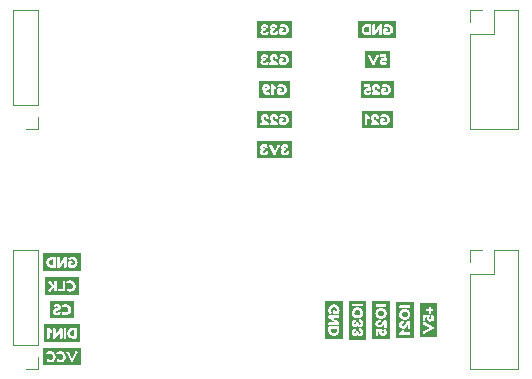
<source format=gbr>
%TF.GenerationSoftware,KiCad,Pcbnew,(6.0.0)*%
%TF.CreationDate,2022-11-08T21:37:46+09:00*%
%TF.ProjectId,LED_MATRIX_ATOM_UNIT,4c45445f-4d41-4545-9249-585f41544f4d,rev?*%
%TF.SameCoordinates,Original*%
%TF.FileFunction,Legend,Bot*%
%TF.FilePolarity,Positive*%
%FSLAX46Y46*%
G04 Gerber Fmt 4.6, Leading zero omitted, Abs format (unit mm)*
G04 Created by KiCad (PCBNEW (6.0.0)) date 2022-11-08 21:37:46*
%MOMM*%
%LPD*%
G01*
G04 APERTURE LIST*
%ADD10C,0.120000*%
G04 APERTURE END LIST*
D10*
%TO.C,J4*%
X81390000Y-95290000D02*
X83510000Y-95290000D01*
X83510000Y-97350000D02*
X83510000Y-96290000D01*
X82450000Y-97350000D02*
X83510000Y-97350000D01*
X81390000Y-87230000D02*
X83510000Y-87230000D01*
X83510000Y-95290000D02*
X83510000Y-87230000D01*
X81390000Y-95290000D02*
X81390000Y-87230000D01*
%TO.C,J1*%
X124150000Y-87230000D02*
X122090000Y-87230000D01*
X124150000Y-87230000D02*
X124150000Y-97350000D01*
X121090000Y-87230000D02*
X120030000Y-87230000D01*
X122090000Y-87230000D02*
X122090000Y-89290000D01*
X124150000Y-97350000D02*
X120030000Y-97350000D01*
X120030000Y-87230000D02*
X120030000Y-88290000D01*
X122090000Y-89290000D02*
X120030000Y-89290000D01*
X120030000Y-89290000D02*
X120030000Y-97350000D01*
%TO.C,J2*%
X83510000Y-115610000D02*
X83510000Y-107550000D01*
X81390000Y-115610000D02*
X83510000Y-115610000D01*
X82450000Y-117670000D02*
X83510000Y-117670000D01*
X81390000Y-107550000D02*
X83510000Y-107550000D01*
X83510000Y-117670000D02*
X83510000Y-116610000D01*
X81390000Y-115610000D02*
X81390000Y-107550000D01*
%TO.C,kibuzzard-6369BB57*%
G36*
X111120112Y-90700762D02*
G01*
X113278688Y-90700762D01*
X113278688Y-92186238D01*
X111120112Y-92186238D01*
X111120112Y-91068215D01*
X111384695Y-91068215D01*
X111403745Y-91129175D01*
X111754265Y-91840375D01*
X111796810Y-91885460D01*
X111855865Y-91902605D01*
X111868565Y-91902605D01*
X111928890Y-91885460D01*
X111971435Y-91840375D01*
X112089423Y-91600980D01*
X112391805Y-91600980D01*
X112401965Y-91684518D01*
X112432445Y-91759871D01*
X112483245Y-91827040D01*
X112549144Y-91879604D01*
X112624921Y-91911142D01*
X112710575Y-91921655D01*
X112786775Y-91915023D01*
X112857895Y-91895126D01*
X112923935Y-91861965D01*
X112955685Y-91837835D01*
X112965845Y-91828945D01*
X113014105Y-91752745D01*
X112967115Y-91670195D01*
X112893455Y-91628285D01*
X112808365Y-91668925D01*
X112728990Y-91695595D01*
X112645170Y-91671465D01*
X112617865Y-91604790D01*
X112647710Y-91537480D01*
X112715655Y-91512715D01*
X112776615Y-91535575D01*
X112845830Y-91564785D01*
X112925840Y-91540655D01*
X112984895Y-91501920D01*
X112998865Y-91470805D01*
X112992515Y-91411433D01*
X112973465Y-91266335D01*
X112954098Y-91123460D01*
X112946795Y-91070755D01*
X112937905Y-91044085D01*
X112919490Y-91009795D01*
X112886470Y-90982490D01*
X112835035Y-90970425D01*
X112641995Y-90971695D01*
X112522615Y-90971695D01*
X112478165Y-90973600D01*
X112445145Y-90985665D01*
X112419428Y-91019955D01*
X112410855Y-91087265D01*
X112418793Y-91148542D01*
X112442605Y-91179975D01*
X112473720Y-91192040D01*
X112514995Y-91193945D01*
X112737245Y-91193945D01*
X112749945Y-91290465D01*
X112705495Y-91287925D01*
X112627743Y-91298014D01*
X112555353Y-91328283D01*
X112488325Y-91378730D01*
X112434703Y-91443782D01*
X112402529Y-91517866D01*
X112391805Y-91600980D01*
X112089423Y-91600980D01*
X112321955Y-91129175D01*
X112341005Y-91068215D01*
X112322272Y-91025670D01*
X112266075Y-90986935D01*
X112201940Y-90965345D01*
X112168285Y-90970425D01*
X112146695Y-90988205D01*
X112125740Y-91021860D01*
X112108754Y-91057420D01*
X112076845Y-91127270D01*
X112036046Y-91216964D01*
X111992390Y-91312055D01*
X111948575Y-91407146D01*
X111907300Y-91496840D01*
X111876026Y-91564626D01*
X111862215Y-91593995D01*
X111608215Y-91037735D01*
X111590435Y-90999635D01*
X111534555Y-90965345D01*
X111459625Y-90986935D01*
X111403427Y-91025670D01*
X111384695Y-91068215D01*
X111120112Y-91068215D01*
X111120112Y-90700762D01*
G37*
%TO.C,kibuzzard-6369B937*%
G36*
X83901282Y-115869167D02*
G01*
X87098718Y-115869167D01*
X87098718Y-117350833D01*
X83901282Y-117350833D01*
X83901282Y-116290595D01*
X84165865Y-116290595D01*
X84192535Y-116361080D01*
X84239525Y-116412515D01*
X84281435Y-116429660D01*
X84346205Y-116401720D01*
X84408435Y-116369335D01*
X84488445Y-116358540D01*
X84570360Y-116372828D01*
X84651005Y-116415690D01*
X84714505Y-116494430D01*
X84733555Y-116548564D01*
X84739905Y-116609365D01*
X84733555Y-116670166D01*
X84714505Y-116724300D01*
X84649735Y-116804310D01*
X84570677Y-116846220D01*
X84488445Y-116860190D01*
X84414150Y-116850030D01*
X84363985Y-116829710D01*
X84341125Y-116813200D01*
X84280165Y-116787800D01*
X84239208Y-116805580D01*
X84195075Y-116858920D01*
X84167135Y-116930040D01*
X84184280Y-116974490D01*
X84224285Y-117006240D01*
X84268100Y-117032910D01*
X84353825Y-117065930D01*
X84417484Y-117081170D01*
X84478920Y-117086250D01*
X84539562Y-117082281D01*
X84600840Y-117070375D01*
X84663387Y-117049103D01*
X84727840Y-117017035D01*
X84789911Y-116975443D01*
X84845315Y-116925595D01*
X84892781Y-116864000D01*
X84931040Y-116787165D01*
X84956281Y-116699059D01*
X84964695Y-116603650D01*
X84956440Y-116509194D01*
X84931675Y-116423945D01*
X84894051Y-116350285D01*
X84847220Y-116290595D01*
X85028195Y-116290595D01*
X85054865Y-116361080D01*
X85101855Y-116412515D01*
X85143765Y-116429660D01*
X85208535Y-116401720D01*
X85270765Y-116369335D01*
X85350775Y-116358540D01*
X85432690Y-116372828D01*
X85513335Y-116415690D01*
X85576835Y-116494430D01*
X85595885Y-116548564D01*
X85602235Y-116609365D01*
X85595885Y-116670166D01*
X85576835Y-116724300D01*
X85512065Y-116804310D01*
X85433007Y-116846220D01*
X85350775Y-116860190D01*
X85276480Y-116850030D01*
X85226315Y-116829710D01*
X85203455Y-116813200D01*
X85142495Y-116787800D01*
X85101537Y-116805580D01*
X85057405Y-116858920D01*
X85029465Y-116930040D01*
X85046610Y-116974490D01*
X85086615Y-117006240D01*
X85130430Y-117032910D01*
X85216155Y-117065930D01*
X85279814Y-117081170D01*
X85341250Y-117086250D01*
X85401892Y-117082281D01*
X85463170Y-117070375D01*
X85525717Y-117049103D01*
X85590170Y-117017035D01*
X85652241Y-116975443D01*
X85707645Y-116925595D01*
X85755111Y-116864000D01*
X85793370Y-116787165D01*
X85818611Y-116699059D01*
X85827025Y-116603650D01*
X85818770Y-116509194D01*
X85794005Y-116423945D01*
X85756381Y-116350285D01*
X85709550Y-116290595D01*
X85654464Y-116242176D01*
X85647753Y-116237890D01*
X85877825Y-116237890D01*
X85896875Y-116298850D01*
X86247395Y-117010050D01*
X86289940Y-117055135D01*
X86348995Y-117072280D01*
X86361695Y-117072280D01*
X86422020Y-117055135D01*
X86464565Y-117010050D01*
X86815085Y-116298850D01*
X86834135Y-116237890D01*
X86815403Y-116195345D01*
X86759205Y-116156610D01*
X86695070Y-116135020D01*
X86661415Y-116140100D01*
X86639825Y-116157880D01*
X86618870Y-116191535D01*
X86601884Y-116227095D01*
X86569975Y-116296945D01*
X86529176Y-116386639D01*
X86485520Y-116481730D01*
X86441705Y-116576821D01*
X86400430Y-116666515D01*
X86369156Y-116734301D01*
X86355345Y-116763670D01*
X86101345Y-116207410D01*
X86083565Y-116169310D01*
X86027685Y-116135020D01*
X85952755Y-116156610D01*
X85896557Y-116195345D01*
X85877825Y-116237890D01*
X85647753Y-116237890D01*
X85592075Y-116202330D01*
X85508961Y-116164230D01*
X85425564Y-116141370D01*
X85341885Y-116133750D01*
X85281719Y-116138354D01*
X85220600Y-116152165D01*
X85127255Y-116189630D01*
X85096775Y-116207410D01*
X85061215Y-116230270D01*
X85028195Y-116290595D01*
X84847220Y-116290595D01*
X84792134Y-116242176D01*
X84729745Y-116202330D01*
X84646631Y-116164230D01*
X84563234Y-116141370D01*
X84479555Y-116133750D01*
X84419389Y-116138354D01*
X84358270Y-116152165D01*
X84264925Y-116189630D01*
X84234445Y-116207410D01*
X84198885Y-116230270D01*
X84165865Y-116290595D01*
X83901282Y-116290595D01*
X83901282Y-115869167D01*
G37*
%TO.C,kibuzzard-636A4C56*%
G36*
X113780357Y-115014263D02*
G01*
X113780357Y-114632205D01*
X114057640Y-114632205D01*
X114063990Y-114692530D01*
X114078595Y-114725550D01*
X114105900Y-114743330D01*
X114173210Y-114749680D01*
X114880600Y-114749680D01*
X114924415Y-114747775D01*
X114958070Y-114735710D01*
X114983787Y-114702055D01*
X114992360Y-114636650D01*
X114984105Y-114572832D01*
X114959340Y-114538860D01*
X114924415Y-114526795D01*
X114878060Y-114524890D01*
X114424670Y-114524890D01*
X114439910Y-114508380D01*
X114479280Y-114419480D01*
X114434830Y-114342645D01*
X114356090Y-114302640D01*
X114281160Y-114348360D01*
X114093200Y-114556640D01*
X114090660Y-114560450D01*
X114057640Y-114632205D01*
X113780357Y-114632205D01*
X113780357Y-113884175D01*
X114044940Y-113884175D01*
X114056723Y-113979778D01*
X114092071Y-114062539D01*
X114150985Y-114132460D01*
X114224998Y-114185377D01*
X114305643Y-114217127D01*
X114392920Y-114227710D01*
X114463405Y-114219773D01*
X114530080Y-114195960D01*
X114588500Y-114161035D01*
X114634220Y-114119760D01*
X114704388Y-114030860D01*
X114747250Y-113952120D01*
X114759950Y-113920370D01*
X114766300Y-113920370D01*
X114766300Y-114152780D01*
X114778365Y-114227075D01*
X114815195Y-114256920D01*
X114879965Y-114264540D01*
X114944100Y-114256285D01*
X114977120Y-114228980D01*
X114992360Y-114150240D01*
X114992360Y-113653670D01*
X114958070Y-113574930D01*
X114878060Y-113541910D01*
X114812179Y-113553816D01*
X114751695Y-113589535D01*
X114698038Y-113642081D01*
X114652635Y-113704470D01*
X114611677Y-113771780D01*
X114571355Y-113839090D01*
X114528651Y-113901479D01*
X114480550Y-113954025D01*
X114428163Y-113989744D01*
X114372600Y-114001650D01*
X114340215Y-113992760D01*
X114305925Y-113973075D01*
X114281160Y-113939420D01*
X114269730Y-113875920D01*
X114299575Y-113805435D01*
X114358630Y-113771780D01*
X114387840Y-113766700D01*
X114395460Y-113766700D01*
X114437370Y-113764795D01*
X114469120Y-113752730D01*
X114491980Y-113718440D01*
X114499600Y-113653670D01*
X114487535Y-113582867D01*
X114451340Y-113548260D01*
X114386570Y-113541910D01*
X114301551Y-113552423D01*
X114222599Y-113583961D01*
X114149715Y-113636525D01*
X114091507Y-113706093D01*
X114056582Y-113788643D01*
X114044940Y-113884175D01*
X113780357Y-113884175D01*
X113780357Y-113013590D01*
X114047480Y-113013590D01*
X114055973Y-113104474D01*
X114081452Y-113189167D01*
X114123918Y-113267669D01*
X114183370Y-113339980D01*
X114255403Y-113400543D01*
X114335611Y-113443802D01*
X114423995Y-113469758D01*
X114520555Y-113478410D01*
X114617472Y-113470155D01*
X114706928Y-113445390D01*
X114788922Y-113404115D01*
X114863455Y-113346330D01*
X114925407Y-113276480D01*
X114969659Y-113199010D01*
X114996210Y-113113920D01*
X115005060Y-113021210D01*
X114996329Y-112928302D01*
X114970135Y-112842616D01*
X114926479Y-112764154D01*
X114865360Y-112692915D01*
X114792176Y-112633741D01*
X114712325Y-112591474D01*
X114625806Y-112566113D01*
X114532620Y-112557660D01*
X114430544Y-112567185D01*
X114335135Y-112595760D01*
X114250521Y-112640210D01*
X114180830Y-112697360D01*
X114125268Y-112765622D01*
X114083040Y-112843410D01*
X114056370Y-112927230D01*
X114047480Y-113013590D01*
X113780357Y-113013590D01*
X113780357Y-112363350D01*
X114058910Y-112363350D01*
X114070658Y-112434152D01*
X114105900Y-112468760D01*
X114171940Y-112475110D01*
X114878060Y-112475110D01*
X114922510Y-112473205D01*
X114955530Y-112461140D01*
X114981248Y-112427485D01*
X114989820Y-112362080D01*
X114977755Y-112291595D01*
X114941560Y-112257940D01*
X114876790Y-112250320D01*
X114170670Y-112250320D01*
X114126855Y-112252225D01*
X114093200Y-112264290D01*
X114067483Y-112297945D01*
X114058910Y-112363350D01*
X113780357Y-112363350D01*
X113780357Y-111985737D01*
X115269643Y-111985737D01*
X115269643Y-115014263D01*
X113780357Y-115014263D01*
G37*
G36*
X114596896Y-112790564D02*
G01*
X114658068Y-112814906D01*
X114709785Y-112855475D01*
X114762649Y-112932786D01*
X114780270Y-113018670D01*
X114763125Y-113104395D01*
X114711690Y-113181230D01*
X114660749Y-113221447D01*
X114599366Y-113245577D01*
X114527540Y-113253620D01*
X114455573Y-113245506D01*
X114393767Y-113221164D01*
X114342120Y-113180595D01*
X114289732Y-113103284D01*
X114272270Y-113017400D01*
X114289891Y-112931675D01*
X114342755Y-112854840D01*
X114394472Y-112814623D01*
X114455644Y-112790493D01*
X114526270Y-112782450D01*
X114596896Y-112790564D01*
G37*
%TO.C,kibuzzard-636A4C45*%
G36*
X110596261Y-112654039D02*
G01*
X110657433Y-112678381D01*
X110709150Y-112718950D01*
X110762014Y-112796261D01*
X110779635Y-112882145D01*
X110762490Y-112967870D01*
X110711055Y-113044705D01*
X110660114Y-113084922D01*
X110598731Y-113109052D01*
X110526905Y-113117095D01*
X110454938Y-113108981D01*
X110393132Y-113084639D01*
X110341485Y-113044070D01*
X110289097Y-112966759D01*
X110271635Y-112880875D01*
X110289256Y-112795150D01*
X110342120Y-112718315D01*
X110393837Y-112678098D01*
X110455009Y-112653968D01*
X110525635Y-112645925D01*
X110596261Y-112654039D01*
G37*
G36*
X109779722Y-115150788D02*
G01*
X109779722Y-114529335D01*
X110044305Y-114529335D01*
X110054183Y-114626137D01*
X110083816Y-114708264D01*
X110133205Y-114775715D01*
X110194941Y-114825809D01*
X110261616Y-114855866D01*
X110333230Y-114865885D01*
X110400469Y-114854878D01*
X110454021Y-114821858D01*
X110493885Y-114766825D01*
X110502775Y-114766825D01*
X110530080Y-114804290D01*
X110571355Y-114844295D01*
X110628505Y-114875728D01*
X110693275Y-114886205D01*
X110778577Y-114874916D01*
X110853295Y-114841049D01*
X110917430Y-114784605D01*
X110966466Y-114711086D01*
X110995888Y-114625996D01*
X111005695Y-114529335D01*
X110995817Y-114433379D01*
X110966184Y-114348713D01*
X110916795Y-114275335D01*
X110877108Y-114239457D01*
X110826625Y-114208025D01*
X110793605Y-114194055D01*
X110780905Y-114191515D01*
X110712325Y-114177545D01*
X110657080Y-114208660D01*
X110638665Y-114302005D01*
X110651365Y-114369315D01*
X110717405Y-114407415D01*
X110778365Y-114477265D01*
X110785985Y-114530605D01*
X110779159Y-114589025D01*
X110758680Y-114629665D01*
X110697085Y-114661415D01*
X110636760Y-114630300D01*
X110610725Y-114556640D01*
X110608185Y-114498855D01*
X110595485Y-114465835D01*
X110562783Y-114440117D01*
X110497695Y-114431545D01*
X110426893Y-114443292D01*
X110392285Y-114478535D01*
X110385935Y-114544575D01*
X110373552Y-114616965D01*
X110336405Y-114641095D01*
X110285605Y-114615695D01*
X110261475Y-114545210D01*
X110276715Y-114473455D01*
X110307195Y-114440435D01*
X110322435Y-114432815D01*
X110370060Y-114397255D01*
X110385935Y-114348995D01*
X110363075Y-114279145D01*
X110323387Y-114231520D01*
X110277985Y-114215645D01*
X110191625Y-114244855D01*
X110151620Y-114272795D01*
X110101455Y-114325500D01*
X110062085Y-114409320D01*
X110048750Y-114466311D01*
X110044305Y-114529335D01*
X109779722Y-114529335D01*
X109779722Y-113757175D01*
X110044305Y-113757175D01*
X110054183Y-113853977D01*
X110083816Y-113936104D01*
X110133205Y-114003555D01*
X110194941Y-114053649D01*
X110261616Y-114083706D01*
X110333230Y-114093725D01*
X110400469Y-114082718D01*
X110454021Y-114049698D01*
X110493885Y-113994665D01*
X110502775Y-113994665D01*
X110530080Y-114032130D01*
X110571355Y-114072135D01*
X110628505Y-114103568D01*
X110693275Y-114114045D01*
X110778577Y-114102756D01*
X110853295Y-114068889D01*
X110917430Y-114012445D01*
X110966466Y-113938926D01*
X110995888Y-113853836D01*
X111005695Y-113757175D01*
X110995817Y-113661219D01*
X110966184Y-113576553D01*
X110916795Y-113503175D01*
X110877108Y-113467297D01*
X110826625Y-113435865D01*
X110793605Y-113421895D01*
X110780905Y-113419355D01*
X110712325Y-113405385D01*
X110657080Y-113436500D01*
X110638665Y-113529845D01*
X110651365Y-113597155D01*
X110717405Y-113635255D01*
X110778365Y-113705105D01*
X110785985Y-113758445D01*
X110779159Y-113816865D01*
X110758680Y-113857505D01*
X110697085Y-113889255D01*
X110636760Y-113858140D01*
X110610725Y-113784480D01*
X110608185Y-113726695D01*
X110595485Y-113693675D01*
X110562783Y-113667957D01*
X110497695Y-113659385D01*
X110426893Y-113671132D01*
X110392285Y-113706375D01*
X110385935Y-113772415D01*
X110373552Y-113844805D01*
X110336405Y-113868935D01*
X110285605Y-113843535D01*
X110261475Y-113773050D01*
X110276715Y-113701295D01*
X110307195Y-113668275D01*
X110322435Y-113660655D01*
X110370060Y-113625095D01*
X110385935Y-113576835D01*
X110363075Y-113506985D01*
X110323387Y-113459360D01*
X110277985Y-113443485D01*
X110191625Y-113472695D01*
X110151620Y-113500635D01*
X110101455Y-113553340D01*
X110062085Y-113637160D01*
X110048750Y-113694151D01*
X110044305Y-113757175D01*
X109779722Y-113757175D01*
X109779722Y-112877065D01*
X110046845Y-112877065D01*
X110055338Y-112967949D01*
X110080817Y-113052642D01*
X110123283Y-113131144D01*
X110182735Y-113203455D01*
X110254768Y-113264018D01*
X110334976Y-113307277D01*
X110423360Y-113333233D01*
X110519920Y-113341885D01*
X110616837Y-113333630D01*
X110706293Y-113308865D01*
X110788287Y-113267590D01*
X110862820Y-113209805D01*
X110924772Y-113139955D01*
X110969024Y-113062485D01*
X110995575Y-112977395D01*
X111004425Y-112884685D01*
X110995694Y-112791777D01*
X110969500Y-112706091D01*
X110925844Y-112627629D01*
X110864725Y-112556390D01*
X110791541Y-112497216D01*
X110711690Y-112454949D01*
X110625171Y-112429588D01*
X110531985Y-112421135D01*
X110429909Y-112430660D01*
X110334500Y-112459235D01*
X110249886Y-112503685D01*
X110180195Y-112560835D01*
X110124633Y-112629097D01*
X110082405Y-112706885D01*
X110055735Y-112790705D01*
X110046845Y-112877065D01*
X109779722Y-112877065D01*
X109779722Y-112226825D01*
X110058275Y-112226825D01*
X110070022Y-112297627D01*
X110105265Y-112332235D01*
X110171305Y-112338585D01*
X110877425Y-112338585D01*
X110921875Y-112336680D01*
X110954895Y-112324615D01*
X110980613Y-112290960D01*
X110989185Y-112225555D01*
X110977120Y-112155070D01*
X110940925Y-112121415D01*
X110876155Y-112113795D01*
X110170035Y-112113795D01*
X110126220Y-112115700D01*
X110092565Y-112127765D01*
X110066848Y-112161420D01*
X110058275Y-112226825D01*
X109779722Y-112226825D01*
X109779722Y-111849212D01*
X111270278Y-111849212D01*
X111270278Y-115150788D01*
X109779722Y-115150788D01*
G37*
%TO.C,kibuzzard-6369B92E*%
G36*
X86550290Y-114848760D02*
G01*
X86427100Y-114848760D01*
X86340105Y-114831774D01*
X86262000Y-114780815D01*
X86206755Y-114704139D01*
X86188340Y-114610000D01*
X86206279Y-114515544D01*
X86260095Y-114437915D01*
X86338041Y-114386004D01*
X86428370Y-114368700D01*
X86550290Y-114368700D01*
X86550290Y-114848760D01*
G37*
G36*
X83960337Y-113878057D02*
G01*
X87039663Y-113878057D01*
X87039663Y-115341943D01*
X83960337Y-115341943D01*
X83960337Y-114965600D01*
X84224920Y-114965600D01*
X84226825Y-115009415D01*
X84238890Y-115043070D01*
X84272545Y-115068787D01*
X84337950Y-115077360D01*
X84401767Y-115069105D01*
X84435740Y-115044340D01*
X84447805Y-115009415D01*
X84449710Y-114963060D01*
X84741810Y-114963060D01*
X84743715Y-115007510D01*
X84755780Y-115040530D01*
X84789435Y-115066248D01*
X84854840Y-115074820D01*
X84923420Y-115067200D01*
X84955170Y-115043070D01*
X85044987Y-114923408D01*
X85123939Y-114818421D01*
X85192025Y-114728110D01*
X85249246Y-114652474D01*
X85295601Y-114591514D01*
X85331090Y-114545230D01*
X85331090Y-114963060D01*
X85332995Y-115007510D01*
X85345060Y-115040530D01*
X85378715Y-115066248D01*
X85444120Y-115074820D01*
X85507620Y-115066248D01*
X85540640Y-115040530D01*
X85552705Y-115006240D01*
X85554556Y-114963060D01*
X85656210Y-114963060D01*
X85658115Y-115007510D01*
X85670180Y-115040530D01*
X85703835Y-115066248D01*
X85769240Y-115074820D01*
X85839725Y-115062755D01*
X85873380Y-115026560D01*
X85881000Y-114961790D01*
X85881000Y-114603015D01*
X85963550Y-114603015D01*
X85972083Y-114696400D01*
X85997681Y-114782879D01*
X86040345Y-114862452D01*
X86100075Y-114935120D01*
X86171949Y-114995683D01*
X86251046Y-115038943D01*
X86337367Y-115064898D01*
X86430910Y-115073550D01*
X86663320Y-115073550D01*
X86726185Y-115065613D01*
X86759840Y-115041800D01*
X86775080Y-114960520D01*
X86775080Y-114254400D01*
X86773175Y-114209950D01*
X86761110Y-114176930D01*
X86727455Y-114151213D01*
X86662050Y-114142640D01*
X86427100Y-114143910D01*
X86337803Y-114152205D01*
X86254063Y-114177089D01*
X86175878Y-114218562D01*
X86103250Y-114276625D01*
X86042131Y-114346792D01*
X85998475Y-114424580D01*
X85972281Y-114509988D01*
X85963550Y-114603015D01*
X85881000Y-114603015D01*
X85881000Y-114255670D01*
X85879095Y-114211855D01*
X85867030Y-114178200D01*
X85833375Y-114152483D01*
X85767970Y-114143910D01*
X85697167Y-114155658D01*
X85662560Y-114190900D01*
X85656210Y-114256940D01*
X85656210Y-114963060D01*
X85554556Y-114963060D01*
X85554610Y-114961790D01*
X85554610Y-114253130D01*
X85542545Y-114182645D01*
X85506350Y-114152800D01*
X85444120Y-114145180D01*
X85383795Y-114152165D01*
X85352680Y-114168040D01*
X85323470Y-114201060D01*
X85239086Y-114315677D01*
X85164579Y-114416537D01*
X85099950Y-114503638D01*
X85045199Y-114576980D01*
X85000326Y-114636564D01*
X84965330Y-114682390D01*
X84965330Y-114253130D01*
X84953265Y-114182645D01*
X84917070Y-114152800D01*
X84856745Y-114145180D01*
X84798325Y-114151530D01*
X84765305Y-114166770D01*
X84749430Y-114193440D01*
X84741810Y-114258210D01*
X84741810Y-114963060D01*
X84449710Y-114963060D01*
X84449710Y-114509670D01*
X84466220Y-114524910D01*
X84555120Y-114564280D01*
X84631955Y-114519830D01*
X84671960Y-114441090D01*
X84626240Y-114366160D01*
X84417960Y-114178200D01*
X84414150Y-114175660D01*
X84342395Y-114142640D01*
X84282070Y-114148990D01*
X84249050Y-114163595D01*
X84231270Y-114190900D01*
X84224920Y-114258210D01*
X84224920Y-114965600D01*
X83960337Y-114965600D01*
X83960337Y-113878057D01*
G37*
%TO.C,J3*%
X122090000Y-107550000D02*
X122090000Y-109610000D01*
X120030000Y-109610000D02*
X120030000Y-117670000D01*
X124150000Y-107550000D02*
X122090000Y-107550000D01*
X121090000Y-107550000D02*
X120030000Y-107550000D01*
X124150000Y-107550000D02*
X124150000Y-117670000D01*
X124150000Y-117670000D02*
X120030000Y-117670000D01*
X120030000Y-107550000D02*
X120030000Y-108610000D01*
X122090000Y-109610000D02*
X120030000Y-109610000D01*
%TO.C,kibuzzard-6369B912*%
G36*
X83909537Y-107865357D02*
G01*
X87090463Y-107865357D01*
X87090463Y-109354643D01*
X83909537Y-109354643D01*
X83909537Y-108605555D01*
X84174120Y-108605555D01*
X84182653Y-108698940D01*
X84208251Y-108785419D01*
X84250915Y-108864992D01*
X84310645Y-108937660D01*
X84382519Y-108998223D01*
X84461616Y-109041483D01*
X84547937Y-109067438D01*
X84641480Y-109076090D01*
X84873890Y-109076090D01*
X84936755Y-109068153D01*
X84970410Y-109044340D01*
X84985174Y-108965600D01*
X85087250Y-108965600D01*
X85089155Y-109010050D01*
X85101220Y-109043070D01*
X85134875Y-109068788D01*
X85200280Y-109077360D01*
X85268860Y-109069740D01*
X85300610Y-109045610D01*
X85390427Y-108925948D01*
X85469379Y-108820961D01*
X85537465Y-108730650D01*
X85594686Y-108655014D01*
X85641041Y-108594054D01*
X85676530Y-108547770D01*
X85676530Y-108965600D01*
X85678435Y-109010050D01*
X85690500Y-109043070D01*
X85724155Y-109068788D01*
X85789560Y-109077360D01*
X85853060Y-109068788D01*
X85886080Y-109043070D01*
X85898145Y-109008780D01*
X85900050Y-108964330D01*
X85900050Y-108902100D01*
X86001650Y-108902100D01*
X86037210Y-108979570D01*
X86097217Y-109027909D01*
X86170560Y-109062437D01*
X86257238Y-109083154D01*
X86357250Y-109090060D01*
X86448769Y-109081130D01*
X86534097Y-109054341D01*
X86613234Y-109009693D01*
X86686180Y-108947185D01*
X86747299Y-108872057D01*
X86790955Y-108789546D01*
X86817149Y-108699654D01*
X86825880Y-108602380D01*
X86816990Y-108505582D01*
X86790320Y-108417119D01*
X86745870Y-108336990D01*
X86683640Y-108265195D01*
X86609345Y-108206021D01*
X86528700Y-108163754D01*
X86441705Y-108138393D01*
X86348360Y-108129940D01*
X86250288Y-108140947D01*
X86155884Y-108173967D01*
X86065150Y-108229000D01*
X86030860Y-108285515D01*
X86060070Y-108357270D01*
X86107377Y-108407753D01*
X86150240Y-108424580D01*
X86227710Y-108389655D01*
X86286130Y-108363461D01*
X86354710Y-108354730D01*
X86445833Y-108371716D01*
X86526160Y-108422675D01*
X86582358Y-108501097D01*
X86601090Y-108600475D01*
X86592623Y-108670043D01*
X86567223Y-108732273D01*
X86524890Y-108787165D01*
X86443610Y-108844791D01*
X86352170Y-108864000D01*
X86285812Y-108858285D01*
X86226440Y-108841140D01*
X86226440Y-108702710D01*
X86326770Y-108702710D01*
X86382650Y-108692550D01*
X86404240Y-108662705D01*
X86409320Y-108609365D01*
X86403605Y-108555390D01*
X86382650Y-108527450D01*
X86321690Y-108516020D01*
X86098170Y-108516020D01*
X86014350Y-108551580D01*
X86001650Y-108622700D01*
X86001650Y-108902100D01*
X85900050Y-108902100D01*
X85900050Y-108255670D01*
X85887985Y-108185185D01*
X85851790Y-108155340D01*
X85789560Y-108147720D01*
X85729235Y-108154705D01*
X85698120Y-108170580D01*
X85668910Y-108203600D01*
X85584526Y-108318218D01*
X85510019Y-108419077D01*
X85445390Y-108506178D01*
X85390639Y-108579520D01*
X85345766Y-108639104D01*
X85310770Y-108684930D01*
X85310770Y-108255670D01*
X85298705Y-108185185D01*
X85262510Y-108155340D01*
X85202185Y-108147720D01*
X85143765Y-108154070D01*
X85110745Y-108169310D01*
X85094870Y-108195980D01*
X85087250Y-108260750D01*
X85087250Y-108965600D01*
X84985174Y-108965600D01*
X84985650Y-108963060D01*
X84985650Y-108256940D01*
X84983745Y-108212490D01*
X84971680Y-108179470D01*
X84938025Y-108153752D01*
X84872620Y-108145180D01*
X84637670Y-108146450D01*
X84548373Y-108154745D01*
X84464633Y-108179629D01*
X84386448Y-108221102D01*
X84313820Y-108279165D01*
X84252701Y-108349332D01*
X84209045Y-108427120D01*
X84182851Y-108512528D01*
X84174120Y-108605555D01*
X83909537Y-108605555D01*
X83909537Y-107865357D01*
G37*
G36*
X84760860Y-108851300D02*
G01*
X84637670Y-108851300D01*
X84550675Y-108834314D01*
X84472570Y-108783355D01*
X84417325Y-108706679D01*
X84398910Y-108612540D01*
X84416849Y-108518084D01*
X84470665Y-108440455D01*
X84548611Y-108388544D01*
X84638940Y-108371240D01*
X84760860Y-108371240D01*
X84760860Y-108851300D01*
G37*
%TO.C,kibuzzard-636A4C3A*%
G36*
X108766300Y-114362330D02*
G01*
X108749314Y-114449325D01*
X108698355Y-114527430D01*
X108621679Y-114582675D01*
X108527540Y-114601090D01*
X108433084Y-114583151D01*
X108355455Y-114529335D01*
X108303544Y-114451389D01*
X108286240Y-114361060D01*
X108286240Y-114239140D01*
X108766300Y-114239140D01*
X108766300Y-114362330D01*
G37*
G36*
X107780357Y-115090463D02*
G01*
X107780357Y-114127380D01*
X108060180Y-114127380D01*
X108061450Y-114362330D01*
X108069745Y-114451627D01*
X108094629Y-114535367D01*
X108136102Y-114613552D01*
X108194165Y-114686180D01*
X108264332Y-114747299D01*
X108342120Y-114790955D01*
X108427528Y-114817149D01*
X108520555Y-114825880D01*
X108613940Y-114817347D01*
X108700419Y-114791749D01*
X108779992Y-114749085D01*
X108852660Y-114689355D01*
X108913223Y-114617481D01*
X108956483Y-114538384D01*
X108982438Y-114452063D01*
X108991090Y-114358520D01*
X108991090Y-114126110D01*
X108983153Y-114063245D01*
X108959340Y-114029590D01*
X108878060Y-114014350D01*
X108171940Y-114014350D01*
X108127490Y-114016255D01*
X108094470Y-114028320D01*
X108068752Y-114061975D01*
X108060180Y-114127380D01*
X107780357Y-114127380D01*
X107780357Y-113797815D01*
X108062720Y-113797815D01*
X108069070Y-113856235D01*
X108084310Y-113889255D01*
X108110980Y-113905130D01*
X108175750Y-113912750D01*
X108880600Y-113912750D01*
X108925050Y-113910845D01*
X108958070Y-113898780D01*
X108983788Y-113865125D01*
X108992360Y-113799720D01*
X108984740Y-113731140D01*
X108960610Y-113699390D01*
X108840948Y-113609573D01*
X108735961Y-113530621D01*
X108645650Y-113462535D01*
X108570014Y-113405314D01*
X108509054Y-113358959D01*
X108462770Y-113323470D01*
X108880600Y-113323470D01*
X108925050Y-113321565D01*
X108958070Y-113309500D01*
X108983788Y-113275845D01*
X108992360Y-113210440D01*
X108983788Y-113146940D01*
X108958070Y-113113920D01*
X108923780Y-113101855D01*
X108879330Y-113099950D01*
X108170670Y-113099950D01*
X108100185Y-113112015D01*
X108070340Y-113148210D01*
X108062720Y-113210440D01*
X108069705Y-113270765D01*
X108085580Y-113301880D01*
X108118600Y-113331090D01*
X108233218Y-113415474D01*
X108334077Y-113489981D01*
X108421178Y-113554610D01*
X108494520Y-113609361D01*
X108554104Y-113654234D01*
X108599930Y-113689230D01*
X108170670Y-113689230D01*
X108100185Y-113701295D01*
X108070340Y-113737490D01*
X108062720Y-113797815D01*
X107780357Y-113797815D01*
X107780357Y-112651640D01*
X108044940Y-112651640D01*
X108055947Y-112749712D01*
X108088967Y-112844116D01*
X108144000Y-112934850D01*
X108200515Y-112969140D01*
X108272270Y-112939930D01*
X108322753Y-112892623D01*
X108339580Y-112849760D01*
X108304655Y-112772290D01*
X108278461Y-112713870D01*
X108269730Y-112645290D01*
X108286716Y-112554167D01*
X108337675Y-112473840D01*
X108416097Y-112417642D01*
X108515475Y-112398910D01*
X108585043Y-112407377D01*
X108647273Y-112432777D01*
X108702165Y-112475110D01*
X108759791Y-112556390D01*
X108779000Y-112647830D01*
X108773285Y-112714188D01*
X108756140Y-112773560D01*
X108617710Y-112773560D01*
X108617710Y-112673230D01*
X108607550Y-112617350D01*
X108577705Y-112595760D01*
X108524365Y-112590680D01*
X108470390Y-112596395D01*
X108442450Y-112617350D01*
X108431020Y-112678310D01*
X108431020Y-112901830D01*
X108466580Y-112985650D01*
X108537700Y-112998350D01*
X108817100Y-112998350D01*
X108894570Y-112962790D01*
X108942909Y-112902783D01*
X108977437Y-112829440D01*
X108998154Y-112742762D01*
X109005060Y-112642750D01*
X108996130Y-112551231D01*
X108969341Y-112465903D01*
X108924693Y-112386766D01*
X108862185Y-112313820D01*
X108787057Y-112252701D01*
X108704546Y-112209045D01*
X108614654Y-112182851D01*
X108517380Y-112174120D01*
X108420582Y-112183010D01*
X108332119Y-112209680D01*
X108251990Y-112254130D01*
X108180195Y-112316360D01*
X108121021Y-112390655D01*
X108078754Y-112471300D01*
X108053393Y-112558295D01*
X108044940Y-112651640D01*
X107780357Y-112651640D01*
X107780357Y-111909537D01*
X109269643Y-111909537D01*
X109269643Y-115090463D01*
X107780357Y-115090463D01*
G37*
%TO.C,kibuzzard-636A4C4F*%
G36*
X112595626Y-112702934D02*
G01*
X112656798Y-112727276D01*
X112708515Y-112767845D01*
X112761379Y-112845156D01*
X112779000Y-112931040D01*
X112761855Y-113016765D01*
X112710420Y-113093600D01*
X112659479Y-113133817D01*
X112598096Y-113157947D01*
X112526270Y-113165990D01*
X112454303Y-113157876D01*
X112392497Y-113133534D01*
X112340850Y-113092965D01*
X112288463Y-113015654D01*
X112271000Y-112929770D01*
X112288621Y-112844045D01*
X112341485Y-112767210D01*
X112393202Y-112726993D01*
X112454374Y-112702863D01*
X112525000Y-112694820D01*
X112595626Y-112702934D01*
G37*
G36*
X111779087Y-115101893D02*
G01*
X111779087Y-114394080D01*
X112055100Y-114394080D01*
X112056370Y-114587120D01*
X112056370Y-114706500D01*
X112058275Y-114750950D01*
X112070340Y-114783970D01*
X112104630Y-114809688D01*
X112171940Y-114818260D01*
X112233218Y-114810322D01*
X112264650Y-114786510D01*
X112276715Y-114755395D01*
X112278620Y-114714120D01*
X112278620Y-114491870D01*
X112375140Y-114479170D01*
X112372600Y-114523620D01*
X112382689Y-114601372D01*
X112412958Y-114673762D01*
X112463405Y-114740790D01*
X112528457Y-114794412D01*
X112602541Y-114826586D01*
X112685655Y-114837310D01*
X112769193Y-114827150D01*
X112844546Y-114796670D01*
X112911715Y-114745870D01*
X112964279Y-114679971D01*
X112995817Y-114604194D01*
X113006330Y-114518540D01*
X112999698Y-114442340D01*
X112979801Y-114371220D01*
X112946640Y-114305180D01*
X112922510Y-114273430D01*
X112913620Y-114263270D01*
X112837420Y-114215010D01*
X112754870Y-114262000D01*
X112712960Y-114335660D01*
X112753600Y-114420750D01*
X112780270Y-114500125D01*
X112756140Y-114583945D01*
X112689465Y-114611250D01*
X112622155Y-114581405D01*
X112597390Y-114513460D01*
X112620250Y-114452500D01*
X112649460Y-114383285D01*
X112625330Y-114303275D01*
X112586595Y-114244220D01*
X112555480Y-114230250D01*
X112496108Y-114236600D01*
X112351010Y-114255650D01*
X112208135Y-114275017D01*
X112155430Y-114282320D01*
X112128760Y-114291210D01*
X112094470Y-114309625D01*
X112067165Y-114342645D01*
X112055100Y-114394080D01*
X111779087Y-114394080D01*
X111779087Y-113796545D01*
X112043670Y-113796545D01*
X112055453Y-113892148D01*
X112090801Y-113974909D01*
X112149715Y-114044830D01*
X112223728Y-114097747D01*
X112304373Y-114129497D01*
X112391650Y-114140080D01*
X112462135Y-114132143D01*
X112528810Y-114108330D01*
X112587230Y-114073405D01*
X112632950Y-114032130D01*
X112703118Y-113943230D01*
X112745980Y-113864490D01*
X112758680Y-113832740D01*
X112765030Y-113832740D01*
X112765030Y-114065150D01*
X112777095Y-114139445D01*
X112813925Y-114169290D01*
X112878695Y-114176910D01*
X112942830Y-114168655D01*
X112975850Y-114141350D01*
X112991090Y-114062610D01*
X112991090Y-113566040D01*
X112956800Y-113487300D01*
X112876790Y-113454280D01*
X112810909Y-113466186D01*
X112750425Y-113501905D01*
X112696768Y-113554451D01*
X112651365Y-113616840D01*
X112610408Y-113684150D01*
X112570085Y-113751460D01*
X112527381Y-113813849D01*
X112479280Y-113866395D01*
X112426893Y-113902114D01*
X112371330Y-113914020D01*
X112338945Y-113905130D01*
X112304655Y-113885445D01*
X112279890Y-113851790D01*
X112268460Y-113788290D01*
X112298305Y-113717805D01*
X112357360Y-113684150D01*
X112386570Y-113679070D01*
X112394190Y-113679070D01*
X112436100Y-113677165D01*
X112467850Y-113665100D01*
X112490710Y-113630810D01*
X112498330Y-113566040D01*
X112486265Y-113495237D01*
X112450070Y-113460630D01*
X112385300Y-113454280D01*
X112300281Y-113464793D01*
X112221329Y-113496331D01*
X112148445Y-113548895D01*
X112090237Y-113618463D01*
X112055312Y-113701013D01*
X112043670Y-113796545D01*
X111779087Y-113796545D01*
X111779087Y-112925960D01*
X112046210Y-112925960D01*
X112054703Y-113016844D01*
X112080183Y-113101537D01*
X112122648Y-113180039D01*
X112182100Y-113252350D01*
X112254133Y-113312913D01*
X112334341Y-113356172D01*
X112422725Y-113382128D01*
X112519285Y-113390780D01*
X112616202Y-113382525D01*
X112705658Y-113357760D01*
X112787652Y-113316485D01*
X112862185Y-113258700D01*
X112924137Y-113188850D01*
X112968389Y-113111380D01*
X112994940Y-113026290D01*
X113003790Y-112933580D01*
X112995059Y-112840672D01*
X112968865Y-112754986D01*
X112925209Y-112676524D01*
X112864090Y-112605285D01*
X112790906Y-112546111D01*
X112711055Y-112503844D01*
X112624536Y-112478483D01*
X112531350Y-112470030D01*
X112429274Y-112479555D01*
X112333865Y-112508130D01*
X112249251Y-112552580D01*
X112179560Y-112609730D01*
X112123998Y-112677992D01*
X112081770Y-112755780D01*
X112055100Y-112839600D01*
X112046210Y-112925960D01*
X111779087Y-112925960D01*
X111779087Y-112275720D01*
X112057640Y-112275720D01*
X112069388Y-112346522D01*
X112104630Y-112381130D01*
X112170670Y-112387480D01*
X112876790Y-112387480D01*
X112921240Y-112385575D01*
X112954260Y-112373510D01*
X112979978Y-112339855D01*
X112988550Y-112274450D01*
X112976485Y-112203965D01*
X112940290Y-112170310D01*
X112875520Y-112162690D01*
X112169400Y-112162690D01*
X112125585Y-112164595D01*
X112091930Y-112176660D01*
X112066213Y-112210315D01*
X112057640Y-112275720D01*
X111779087Y-112275720D01*
X111779087Y-111898107D01*
X113270913Y-111898107D01*
X113270913Y-115101893D01*
X111779087Y-115101893D01*
G37*
%TO.C,kibuzzard-6369B927*%
G36*
X84465797Y-111865992D02*
G01*
X86534203Y-111865992D01*
X86534203Y-113354008D01*
X84465797Y-113354008D01*
X84465797Y-112779545D01*
X84730380Y-112779545D01*
X84738635Y-112857174D01*
X84763400Y-112924960D01*
X84801500Y-112980681D01*
X84849760Y-113022115D01*
X84919892Y-113059509D01*
X84993129Y-113081946D01*
X85069470Y-113089425D01*
X85127572Y-113085774D01*
X85182500Y-113074820D01*
X85268860Y-113038625D01*
X85326010Y-112998620D01*
X85362840Y-112959885D01*
X85374270Y-112945915D01*
X85407290Y-112872890D01*
X85393637Y-112835266D01*
X85352680Y-112787165D01*
X85285370Y-112756685D01*
X85242825Y-112772560D01*
X85186310Y-112820185D01*
X85135510Y-112861460D01*
X85074550Y-112881145D01*
X85008933Y-112870421D01*
X84969563Y-112838247D01*
X84956440Y-112784625D01*
X84988825Y-112735730D01*
X85069470Y-112707155D01*
X85119635Y-112695566D01*
X85173610Y-112678580D01*
X85227585Y-112657149D01*
X85277750Y-112632225D01*
X85322041Y-112597776D01*
X85358395Y-112547770D01*
X85382684Y-112484111D01*
X85390780Y-112408705D01*
X85381537Y-112337373D01*
X85362931Y-112293770D01*
X85470790Y-112293770D01*
X85497460Y-112364255D01*
X85544450Y-112415690D01*
X85586360Y-112432835D01*
X85651130Y-112404895D01*
X85713360Y-112372510D01*
X85793370Y-112361715D01*
X85875285Y-112376002D01*
X85955930Y-112418865D01*
X86019430Y-112497605D01*
X86038480Y-112551739D01*
X86044830Y-112612540D01*
X86038480Y-112673341D01*
X86019430Y-112727475D01*
X85954660Y-112807485D01*
X85875602Y-112849395D01*
X85793370Y-112863365D01*
X85719075Y-112853205D01*
X85668910Y-112832885D01*
X85646050Y-112816375D01*
X85585090Y-112790975D01*
X85544132Y-112808755D01*
X85500000Y-112862095D01*
X85472060Y-112933215D01*
X85489205Y-112977665D01*
X85529210Y-113009415D01*
X85573025Y-113036085D01*
X85658750Y-113069105D01*
X85722409Y-113084345D01*
X85783845Y-113089425D01*
X85844487Y-113085456D01*
X85905765Y-113073550D01*
X85968312Y-113052278D01*
X86032765Y-113020210D01*
X86094836Y-112978618D01*
X86150240Y-112928770D01*
X86197706Y-112867175D01*
X86235965Y-112790340D01*
X86261206Y-112702234D01*
X86269620Y-112606825D01*
X86261365Y-112512369D01*
X86236600Y-112427120D01*
X86198976Y-112353460D01*
X86152145Y-112293770D01*
X86097059Y-112245351D01*
X86034670Y-112205505D01*
X85951556Y-112167405D01*
X85868159Y-112144545D01*
X85784480Y-112136925D01*
X85724314Y-112141529D01*
X85663195Y-112155340D01*
X85569850Y-112192805D01*
X85539370Y-112210585D01*
X85503810Y-112233445D01*
X85470790Y-112293770D01*
X85362931Y-112293770D01*
X85353809Y-112272392D01*
X85307595Y-112213760D01*
X85245436Y-112167546D01*
X85169871Y-112139818D01*
X85080900Y-112130575D01*
X85008034Y-112135496D01*
X84941835Y-112150260D01*
X84854840Y-112190265D01*
X84823090Y-112214395D01*
X84783720Y-112276625D01*
X84814200Y-112346475D01*
X84858015Y-112394100D01*
X84903100Y-112409975D01*
X84969140Y-112384575D01*
X84983745Y-112371875D01*
X85003430Y-112355365D01*
X85071375Y-112338855D01*
X85139955Y-112358540D01*
X85167260Y-112413150D01*
X85134875Y-112469665D01*
X85054230Y-112498875D01*
X85003747Y-112508559D01*
X84948820Y-112522370D01*
X84893892Y-112539991D01*
X84843410Y-112561105D01*
X84799119Y-112592379D01*
X84762765Y-112640480D01*
X84738476Y-112703504D01*
X84730380Y-112779545D01*
X84465797Y-112779545D01*
X84465797Y-111865992D01*
G37*
%TO.C,kibuzzard-636A3261*%
G36*
X110789912Y-93236317D02*
G01*
X113608888Y-93236317D01*
X113608888Y-94730683D01*
X110789912Y-94730683D01*
X110789912Y-94145425D01*
X111054495Y-94145425D01*
X111064655Y-94228963D01*
X111095135Y-94304316D01*
X111145935Y-94371485D01*
X111211834Y-94424049D01*
X111287611Y-94455587D01*
X111373265Y-94466100D01*
X111449465Y-94459468D01*
X111520585Y-94439571D01*
X111586625Y-94406410D01*
X111618375Y-94382280D01*
X111628535Y-94373390D01*
X111650654Y-94338465D01*
X111714895Y-94338465D01*
X111723150Y-94402600D01*
X111750455Y-94435620D01*
X111829195Y-94450860D01*
X112325765Y-94450860D01*
X112404505Y-94416570D01*
X112437525Y-94336560D01*
X112426049Y-94273060D01*
X112520075Y-94273060D01*
X112555635Y-94350530D01*
X112615642Y-94398869D01*
X112688985Y-94433397D01*
X112775662Y-94454114D01*
X112875675Y-94461020D01*
X112967194Y-94452090D01*
X113052522Y-94425301D01*
X113131659Y-94380653D01*
X113204605Y-94318145D01*
X113265724Y-94243017D01*
X113309380Y-94160506D01*
X113335574Y-94070614D01*
X113344305Y-93973340D01*
X113335415Y-93876542D01*
X113308745Y-93788079D01*
X113264295Y-93707950D01*
X113202065Y-93636155D01*
X113127770Y-93576981D01*
X113047125Y-93534714D01*
X112960130Y-93509353D01*
X112866785Y-93500900D01*
X112768713Y-93511907D01*
X112674309Y-93544927D01*
X112583575Y-93599960D01*
X112549285Y-93656475D01*
X112578495Y-93728230D01*
X112625802Y-93778713D01*
X112668665Y-93795540D01*
X112746135Y-93760615D01*
X112804555Y-93734421D01*
X112873135Y-93725690D01*
X112964257Y-93742676D01*
X113044585Y-93793635D01*
X113100783Y-93872057D01*
X113119515Y-93971435D01*
X113111048Y-94041003D01*
X113085648Y-94103233D01*
X113043315Y-94158125D01*
X112962035Y-94215751D01*
X112870595Y-94234960D01*
X112804237Y-94229245D01*
X112744865Y-94212100D01*
X112744865Y-94073670D01*
X112845195Y-94073670D01*
X112901075Y-94063510D01*
X112922665Y-94033665D01*
X112927745Y-93980325D01*
X112922030Y-93926350D01*
X112901075Y-93898410D01*
X112840115Y-93886980D01*
X112616595Y-93886980D01*
X112532775Y-93922540D01*
X112520075Y-93993660D01*
X112520075Y-94273060D01*
X112426049Y-94273060D01*
X112425619Y-94270679D01*
X112389900Y-94210195D01*
X112337354Y-94156538D01*
X112274965Y-94111135D01*
X112207655Y-94070177D01*
X112140345Y-94029855D01*
X112077956Y-93987151D01*
X112025410Y-93939050D01*
X111989691Y-93886663D01*
X111977785Y-93831100D01*
X111986675Y-93798715D01*
X112006360Y-93764425D01*
X112040015Y-93739660D01*
X112103515Y-93728230D01*
X112174000Y-93758075D01*
X112207655Y-93817130D01*
X112212735Y-93846340D01*
X112212735Y-93853960D01*
X112214640Y-93895870D01*
X112226705Y-93927620D01*
X112260995Y-93950480D01*
X112325765Y-93958100D01*
X112396567Y-93946035D01*
X112431175Y-93909840D01*
X112437525Y-93845070D01*
X112427012Y-93760051D01*
X112395474Y-93681099D01*
X112342910Y-93608215D01*
X112273342Y-93550007D01*
X112190792Y-93515082D01*
X112095260Y-93503440D01*
X111999657Y-93515223D01*
X111916896Y-93550571D01*
X111846975Y-93609485D01*
X111794058Y-93683498D01*
X111762308Y-93764143D01*
X111751725Y-93851420D01*
X111759662Y-93921905D01*
X111783475Y-93988580D01*
X111818400Y-94047000D01*
X111859675Y-94092720D01*
X111948575Y-94162888D01*
X112027315Y-94205750D01*
X112059065Y-94218450D01*
X112059065Y-94224800D01*
X111826655Y-94224800D01*
X111752360Y-94236865D01*
X111722515Y-94273695D01*
X111714895Y-94338465D01*
X111650654Y-94338465D01*
X111676795Y-94297190D01*
X111629805Y-94214640D01*
X111556145Y-94172730D01*
X111471055Y-94213370D01*
X111391680Y-94240040D01*
X111307860Y-94215910D01*
X111280555Y-94149235D01*
X111310400Y-94081925D01*
X111378345Y-94057160D01*
X111439305Y-94080020D01*
X111508520Y-94109230D01*
X111588530Y-94085100D01*
X111647585Y-94046365D01*
X111661555Y-94015250D01*
X111655205Y-93955877D01*
X111636155Y-93810780D01*
X111616788Y-93667905D01*
X111609485Y-93615200D01*
X111600595Y-93588530D01*
X111582180Y-93554240D01*
X111549160Y-93526935D01*
X111497725Y-93514870D01*
X111304685Y-93516140D01*
X111185305Y-93516140D01*
X111140855Y-93518045D01*
X111107835Y-93530110D01*
X111082117Y-93564400D01*
X111073545Y-93631710D01*
X111081482Y-93692987D01*
X111105295Y-93724420D01*
X111136410Y-93736485D01*
X111177685Y-93738390D01*
X111399935Y-93738390D01*
X111412635Y-93834910D01*
X111368185Y-93832370D01*
X111290433Y-93842459D01*
X111218043Y-93872728D01*
X111151015Y-93923175D01*
X111097393Y-93988227D01*
X111065219Y-94062311D01*
X111054495Y-94145425D01*
X110789912Y-94145425D01*
X110789912Y-93236317D01*
G37*
%TO.C,kibuzzard-636A321D*%
G36*
X102041617Y-88156952D02*
G01*
X104958383Y-88156952D01*
X104958383Y-89650048D01*
X102041617Y-89650048D01*
X102041617Y-89073045D01*
X102306200Y-89073045D01*
X102317489Y-89158347D01*
X102351356Y-89233065D01*
X102407800Y-89297200D01*
X102481319Y-89346236D01*
X102566409Y-89375658D01*
X102663070Y-89385465D01*
X102759026Y-89375587D01*
X102843692Y-89345954D01*
X102917070Y-89296565D01*
X102952947Y-89256878D01*
X102984380Y-89206395D01*
X102998350Y-89173375D01*
X103000890Y-89160675D01*
X103014860Y-89092095D01*
X103004131Y-89073045D01*
X103078360Y-89073045D01*
X103089649Y-89158347D01*
X103123516Y-89233065D01*
X103179960Y-89297200D01*
X103253479Y-89346236D01*
X103338569Y-89375658D01*
X103435230Y-89385465D01*
X103531186Y-89375587D01*
X103615852Y-89345954D01*
X103689230Y-89296565D01*
X103725107Y-89256878D01*
X103756540Y-89206395D01*
X103761913Y-89193695D01*
X103869570Y-89193695D01*
X103905130Y-89271165D01*
X103965137Y-89319504D01*
X104038480Y-89354032D01*
X104125157Y-89374749D01*
X104225170Y-89381655D01*
X104316689Y-89372725D01*
X104402017Y-89345936D01*
X104481154Y-89301288D01*
X104554100Y-89238780D01*
X104615219Y-89163652D01*
X104658875Y-89081141D01*
X104685069Y-88991249D01*
X104693800Y-88893975D01*
X104684910Y-88797177D01*
X104658240Y-88708714D01*
X104613790Y-88628585D01*
X104551560Y-88556790D01*
X104477265Y-88497616D01*
X104396620Y-88455349D01*
X104309625Y-88429988D01*
X104216280Y-88421535D01*
X104118208Y-88432542D01*
X104023804Y-88465562D01*
X103933070Y-88520595D01*
X103898780Y-88577110D01*
X103927990Y-88648865D01*
X103975297Y-88699347D01*
X104018160Y-88716175D01*
X104095630Y-88681250D01*
X104154050Y-88655056D01*
X104222630Y-88646325D01*
X104313752Y-88663311D01*
X104394080Y-88714270D01*
X104450277Y-88792692D01*
X104469010Y-88892070D01*
X104460543Y-88961638D01*
X104435143Y-89023868D01*
X104392810Y-89078760D01*
X104311530Y-89136386D01*
X104220090Y-89155595D01*
X104153732Y-89149880D01*
X104094360Y-89132735D01*
X104094360Y-88994305D01*
X104194690Y-88994305D01*
X104250570Y-88984145D01*
X104272160Y-88954300D01*
X104277240Y-88900960D01*
X104271525Y-88846985D01*
X104250570Y-88819045D01*
X104189610Y-88807615D01*
X103966090Y-88807615D01*
X103882270Y-88843175D01*
X103869570Y-88914295D01*
X103869570Y-89193695D01*
X103761913Y-89193695D01*
X103770510Y-89173375D01*
X103773050Y-89160675D01*
X103787020Y-89092095D01*
X103755905Y-89036850D01*
X103662560Y-89018435D01*
X103595250Y-89031135D01*
X103557150Y-89097175D01*
X103487300Y-89158135D01*
X103433960Y-89165755D01*
X103375540Y-89158929D01*
X103334900Y-89138450D01*
X103303150Y-89076855D01*
X103334265Y-89016530D01*
X103407925Y-88990495D01*
X103465710Y-88987955D01*
X103498730Y-88975255D01*
X103524447Y-88942552D01*
X103533020Y-88877465D01*
X103521272Y-88806662D01*
X103486030Y-88772055D01*
X103419990Y-88765705D01*
X103347600Y-88753322D01*
X103323470Y-88716175D01*
X103348870Y-88665375D01*
X103419355Y-88641245D01*
X103491110Y-88656485D01*
X103524130Y-88686965D01*
X103531750Y-88702205D01*
X103567310Y-88749830D01*
X103615570Y-88765705D01*
X103685420Y-88742845D01*
X103733045Y-88703157D01*
X103748920Y-88657755D01*
X103719710Y-88571395D01*
X103691770Y-88531390D01*
X103639065Y-88481225D01*
X103555245Y-88441855D01*
X103498254Y-88428520D01*
X103435230Y-88424075D01*
X103338428Y-88433953D01*
X103256301Y-88463586D01*
X103188850Y-88512975D01*
X103138756Y-88574711D01*
X103108699Y-88641386D01*
X103098680Y-88713000D01*
X103109687Y-88780239D01*
X103142707Y-88833791D01*
X103197740Y-88873655D01*
X103197740Y-88882545D01*
X103160275Y-88909850D01*
X103120270Y-88951125D01*
X103088837Y-89008275D01*
X103078360Y-89073045D01*
X103004131Y-89073045D01*
X102983745Y-89036850D01*
X102890400Y-89018435D01*
X102823090Y-89031135D01*
X102784990Y-89097175D01*
X102715140Y-89158135D01*
X102661800Y-89165755D01*
X102603380Y-89158929D01*
X102562740Y-89138450D01*
X102530990Y-89076855D01*
X102562105Y-89016530D01*
X102635765Y-88990495D01*
X102693550Y-88987955D01*
X102726570Y-88975255D01*
X102752287Y-88942552D01*
X102760860Y-88877465D01*
X102749112Y-88806662D01*
X102713870Y-88772055D01*
X102647830Y-88765705D01*
X102575440Y-88753322D01*
X102551310Y-88716175D01*
X102576710Y-88665375D01*
X102647195Y-88641245D01*
X102718950Y-88656485D01*
X102751970Y-88686965D01*
X102759590Y-88702205D01*
X102795150Y-88749830D01*
X102843410Y-88765705D01*
X102913260Y-88742845D01*
X102960885Y-88703157D01*
X102976760Y-88657755D01*
X102947550Y-88571395D01*
X102919610Y-88531390D01*
X102866905Y-88481225D01*
X102783085Y-88441855D01*
X102726094Y-88428520D01*
X102663070Y-88424075D01*
X102566268Y-88433953D01*
X102484141Y-88463586D01*
X102416690Y-88512975D01*
X102366596Y-88574711D01*
X102336539Y-88641386D01*
X102326520Y-88713000D01*
X102337527Y-88780239D01*
X102370547Y-88833791D01*
X102425580Y-88873655D01*
X102425580Y-88882545D01*
X102388115Y-88909850D01*
X102348110Y-88951125D01*
X102316677Y-89008275D01*
X102306200Y-89073045D01*
X102041617Y-89073045D01*
X102041617Y-88156952D01*
G37*
%TO.C,kibuzzard-6369B91F*%
G36*
X84063842Y-109865992D02*
G01*
X86936158Y-109865992D01*
X86936158Y-111354008D01*
X84063842Y-111354008D01*
X84063842Y-110969410D01*
X84328425Y-110969410D01*
X84379225Y-111045610D01*
X84462410Y-111089425D01*
X84540515Y-111036085D01*
X84819915Y-110717315D01*
X84819915Y-110964965D01*
X84821820Y-111009415D01*
X84833885Y-111042435D01*
X84867540Y-111068153D01*
X84932945Y-111076725D01*
X85003430Y-111064660D01*
X85037085Y-111028465D01*
X85042539Y-110982110D01*
X85127255Y-110982110D01*
X85133605Y-111036085D01*
X85155195Y-111064025D01*
X85221235Y-111076725D01*
X85678435Y-111076725D01*
X85748920Y-111064660D01*
X85782575Y-111028465D01*
X85790195Y-110963695D01*
X85790195Y-110293770D01*
X85872745Y-110293770D01*
X85899415Y-110364255D01*
X85946405Y-110415690D01*
X85988315Y-110432835D01*
X86053085Y-110404895D01*
X86115315Y-110372510D01*
X86195325Y-110361715D01*
X86277240Y-110376002D01*
X86357885Y-110418865D01*
X86421385Y-110497605D01*
X86440435Y-110551739D01*
X86446785Y-110612540D01*
X86440435Y-110673341D01*
X86421385Y-110727475D01*
X86356615Y-110807485D01*
X86277558Y-110849395D01*
X86195325Y-110863365D01*
X86121030Y-110853205D01*
X86070865Y-110832885D01*
X86048005Y-110816375D01*
X85987045Y-110790975D01*
X85946088Y-110808755D01*
X85901955Y-110862095D01*
X85874015Y-110933215D01*
X85891160Y-110977665D01*
X85931165Y-111009415D01*
X85974980Y-111036085D01*
X86060705Y-111069105D01*
X86124364Y-111084345D01*
X86185800Y-111089425D01*
X86246443Y-111085456D01*
X86307720Y-111073550D01*
X86370268Y-111052278D01*
X86434720Y-111020210D01*
X86496791Y-110978618D01*
X86552195Y-110928770D01*
X86599661Y-110867175D01*
X86637920Y-110790340D01*
X86663161Y-110702234D01*
X86671575Y-110606825D01*
X86663320Y-110512369D01*
X86638555Y-110427120D01*
X86600931Y-110353460D01*
X86554100Y-110293770D01*
X86499014Y-110245351D01*
X86436625Y-110205505D01*
X86353511Y-110167405D01*
X86270114Y-110144545D01*
X86186435Y-110136925D01*
X86126269Y-110141529D01*
X86065150Y-110155340D01*
X85971805Y-110192805D01*
X85941325Y-110210585D01*
X85905765Y-110233445D01*
X85872745Y-110293770D01*
X85790195Y-110293770D01*
X85790195Y-110257575D01*
X85788290Y-110213760D01*
X85776225Y-110180105D01*
X85742570Y-110154387D01*
X85677165Y-110145815D01*
X85606363Y-110157563D01*
X85571755Y-110192805D01*
X85565405Y-110258845D01*
X85565405Y-110888765D01*
X85219965Y-110888765D01*
X85159005Y-110898290D01*
X85133605Y-110928135D01*
X85127255Y-110982110D01*
X85042539Y-110982110D01*
X85044705Y-110963695D01*
X85044705Y-110257575D01*
X85042800Y-110213760D01*
X85030735Y-110180105D01*
X84997080Y-110154387D01*
X84931675Y-110145815D01*
X84860873Y-110157563D01*
X84826265Y-110192805D01*
X84819915Y-110258845D01*
X84819915Y-110501415D01*
X84753469Y-110426485D01*
X84692305Y-110357143D01*
X84636425Y-110293389D01*
X84585829Y-110235223D01*
X84540515Y-110182645D01*
X84463045Y-110130575D01*
X84379225Y-110174390D01*
X84328425Y-110250590D01*
X84366525Y-110327425D01*
X84408435Y-110373939D01*
X84460505Y-110428390D01*
X84522735Y-110490779D01*
X84595125Y-110561105D01*
X84645925Y-110609365D01*
X84555834Y-110696916D01*
X84479873Y-110772877D01*
X84418039Y-110837251D01*
X84370335Y-110890035D01*
X84328425Y-110969410D01*
X84063842Y-110969410D01*
X84063842Y-109865992D01*
G37*
%TO.C,kibuzzard-6369BB69*%
G36*
X111460260Y-89144800D02*
G01*
X111337070Y-89144800D01*
X111250075Y-89127814D01*
X111171970Y-89076855D01*
X111116725Y-89000179D01*
X111098310Y-88906040D01*
X111116249Y-88811584D01*
X111170065Y-88733955D01*
X111248011Y-88682044D01*
X111338340Y-88664740D01*
X111460260Y-88664740D01*
X111460260Y-89144800D01*
G37*
G36*
X110608937Y-88158857D02*
G01*
X113789863Y-88158857D01*
X113789863Y-89648143D01*
X110608937Y-89648143D01*
X110608937Y-88899055D01*
X110873520Y-88899055D01*
X110882053Y-88992440D01*
X110907651Y-89078919D01*
X110950315Y-89158492D01*
X111010045Y-89231160D01*
X111081919Y-89291723D01*
X111161016Y-89334983D01*
X111247337Y-89360938D01*
X111340880Y-89369590D01*
X111573290Y-89369590D01*
X111636155Y-89361653D01*
X111669810Y-89337840D01*
X111684574Y-89259100D01*
X111786650Y-89259100D01*
X111788555Y-89303550D01*
X111800620Y-89336570D01*
X111834275Y-89362288D01*
X111899680Y-89370860D01*
X111968260Y-89363240D01*
X112000010Y-89339110D01*
X112089827Y-89219448D01*
X112168779Y-89114461D01*
X112236865Y-89024150D01*
X112294086Y-88948514D01*
X112340441Y-88887554D01*
X112375930Y-88841270D01*
X112375930Y-89259100D01*
X112377835Y-89303550D01*
X112389900Y-89336570D01*
X112423555Y-89362288D01*
X112488960Y-89370860D01*
X112552460Y-89362288D01*
X112585480Y-89336570D01*
X112597545Y-89302280D01*
X112599450Y-89257830D01*
X112599450Y-89195600D01*
X112701050Y-89195600D01*
X112736610Y-89273070D01*
X112796617Y-89321409D01*
X112869960Y-89355937D01*
X112956638Y-89376654D01*
X113056650Y-89383560D01*
X113148169Y-89374630D01*
X113233497Y-89347841D01*
X113312634Y-89303193D01*
X113385580Y-89240685D01*
X113446699Y-89165557D01*
X113490355Y-89083046D01*
X113516549Y-88993154D01*
X113525280Y-88895880D01*
X113516390Y-88799082D01*
X113489720Y-88710619D01*
X113445270Y-88630490D01*
X113383040Y-88558695D01*
X113308745Y-88499521D01*
X113228100Y-88457254D01*
X113141105Y-88431893D01*
X113047760Y-88423440D01*
X112949688Y-88434447D01*
X112855284Y-88467467D01*
X112764550Y-88522500D01*
X112730260Y-88579015D01*
X112759470Y-88650770D01*
X112806777Y-88701253D01*
X112849640Y-88718080D01*
X112927110Y-88683155D01*
X112985530Y-88656961D01*
X113054110Y-88648230D01*
X113145233Y-88665216D01*
X113225560Y-88716175D01*
X113281758Y-88794597D01*
X113300490Y-88893975D01*
X113292023Y-88963543D01*
X113266623Y-89025773D01*
X113224290Y-89080665D01*
X113143010Y-89138291D01*
X113051570Y-89157500D01*
X112985212Y-89151785D01*
X112925840Y-89134640D01*
X112925840Y-88996210D01*
X113026170Y-88996210D01*
X113082050Y-88986050D01*
X113103640Y-88956205D01*
X113108720Y-88902865D01*
X113103005Y-88848890D01*
X113082050Y-88820950D01*
X113021090Y-88809520D01*
X112797570Y-88809520D01*
X112713750Y-88845080D01*
X112701050Y-88916200D01*
X112701050Y-89195600D01*
X112599450Y-89195600D01*
X112599450Y-88549170D01*
X112587385Y-88478685D01*
X112551190Y-88448840D01*
X112488960Y-88441220D01*
X112428635Y-88448205D01*
X112397520Y-88464080D01*
X112368310Y-88497100D01*
X112283926Y-88611718D01*
X112209419Y-88712577D01*
X112144790Y-88799678D01*
X112090039Y-88873020D01*
X112045166Y-88932604D01*
X112010170Y-88978430D01*
X112010170Y-88549170D01*
X111998105Y-88478685D01*
X111961910Y-88448840D01*
X111901585Y-88441220D01*
X111843165Y-88447570D01*
X111810145Y-88462810D01*
X111794270Y-88489480D01*
X111786650Y-88554250D01*
X111786650Y-89259100D01*
X111684574Y-89259100D01*
X111685050Y-89256560D01*
X111685050Y-88550440D01*
X111683145Y-88505990D01*
X111671080Y-88472970D01*
X111637425Y-88447252D01*
X111572020Y-88438680D01*
X111337070Y-88439950D01*
X111247773Y-88448245D01*
X111164033Y-88473129D01*
X111085848Y-88514602D01*
X111013220Y-88572665D01*
X110952101Y-88642832D01*
X110908445Y-88720620D01*
X110882251Y-88806028D01*
X110873520Y-88899055D01*
X110608937Y-88899055D01*
X110608937Y-88158857D01*
G37*
%TO.C,kibuzzard-636A31DF*%
G36*
X101997802Y-98318222D02*
G01*
X105002198Y-98318222D01*
X105002198Y-99808778D01*
X101997802Y-99808778D01*
X101997802Y-99231775D01*
X102262385Y-99231775D01*
X102273674Y-99317077D01*
X102307541Y-99391795D01*
X102363985Y-99455930D01*
X102437504Y-99504966D01*
X102522594Y-99534388D01*
X102619255Y-99544195D01*
X102715211Y-99534317D01*
X102799877Y-99504684D01*
X102873255Y-99455295D01*
X102909133Y-99415608D01*
X102940565Y-99365125D01*
X102954535Y-99332105D01*
X102957075Y-99319405D01*
X102971045Y-99250825D01*
X102939930Y-99195580D01*
X102846585Y-99177165D01*
X102779275Y-99189865D01*
X102741175Y-99255905D01*
X102671325Y-99316865D01*
X102617985Y-99324485D01*
X102559565Y-99317659D01*
X102518925Y-99297180D01*
X102487175Y-99235585D01*
X102518290Y-99175260D01*
X102591950Y-99149225D01*
X102649735Y-99146685D01*
X102682755Y-99133985D01*
X102708473Y-99101283D01*
X102717045Y-99036195D01*
X102705297Y-98965393D01*
X102670055Y-98930785D01*
X102604015Y-98924435D01*
X102531625Y-98912052D01*
X102507495Y-98874905D01*
X102532895Y-98824105D01*
X102603380Y-98799975D01*
X102675135Y-98815215D01*
X102708155Y-98845695D01*
X102715775Y-98860935D01*
X102751335Y-98908560D01*
X102799595Y-98924435D01*
X102869445Y-98901575D01*
X102917070Y-98861887D01*
X102932945Y-98816485D01*
X102903735Y-98730125D01*
X102877125Y-98692025D01*
X103021845Y-98692025D01*
X103040895Y-98752985D01*
X103391415Y-99464185D01*
X103433960Y-99509270D01*
X103493015Y-99526415D01*
X103505715Y-99526415D01*
X103566040Y-99509270D01*
X103608585Y-99464185D01*
X103723130Y-99231775D01*
X104028955Y-99231775D01*
X104040244Y-99317077D01*
X104074111Y-99391795D01*
X104130555Y-99455930D01*
X104204074Y-99504966D01*
X104289164Y-99534388D01*
X104385825Y-99544195D01*
X104481781Y-99534317D01*
X104566447Y-99504684D01*
X104639825Y-99455295D01*
X104675703Y-99415608D01*
X104707135Y-99365125D01*
X104721105Y-99332105D01*
X104723645Y-99319405D01*
X104737615Y-99250825D01*
X104706500Y-99195580D01*
X104613155Y-99177165D01*
X104545845Y-99189865D01*
X104507745Y-99255905D01*
X104437895Y-99316865D01*
X104384555Y-99324485D01*
X104326135Y-99317659D01*
X104285495Y-99297180D01*
X104253745Y-99235585D01*
X104284860Y-99175260D01*
X104358520Y-99149225D01*
X104416305Y-99146685D01*
X104449325Y-99133985D01*
X104475042Y-99101283D01*
X104483615Y-99036195D01*
X104471868Y-98965393D01*
X104436625Y-98930785D01*
X104370585Y-98924435D01*
X104298195Y-98912052D01*
X104274065Y-98874905D01*
X104299465Y-98824105D01*
X104369950Y-98799975D01*
X104441705Y-98815215D01*
X104474725Y-98845695D01*
X104482345Y-98860935D01*
X104517905Y-98908560D01*
X104566165Y-98924435D01*
X104636015Y-98901575D01*
X104683640Y-98861887D01*
X104699515Y-98816485D01*
X104670305Y-98730125D01*
X104642365Y-98690120D01*
X104589660Y-98639955D01*
X104505840Y-98600585D01*
X104448849Y-98587250D01*
X104385825Y-98582805D01*
X104289023Y-98592683D01*
X104206896Y-98622316D01*
X104139445Y-98671705D01*
X104089351Y-98733441D01*
X104059294Y-98800116D01*
X104049275Y-98871730D01*
X104060282Y-98938969D01*
X104093302Y-98992521D01*
X104148335Y-99032385D01*
X104148335Y-99041275D01*
X104110870Y-99068580D01*
X104070865Y-99109855D01*
X104039433Y-99167005D01*
X104028955Y-99231775D01*
X103723130Y-99231775D01*
X103959105Y-98752985D01*
X103978155Y-98692025D01*
X103959422Y-98649480D01*
X103903225Y-98610745D01*
X103839090Y-98589155D01*
X103805435Y-98594235D01*
X103783845Y-98612015D01*
X103762890Y-98645670D01*
X103745904Y-98681230D01*
X103713995Y-98751080D01*
X103673196Y-98840774D01*
X103629540Y-98935865D01*
X103585725Y-99030956D01*
X103544450Y-99120650D01*
X103513176Y-99188436D01*
X103499365Y-99217805D01*
X103245365Y-98661545D01*
X103227585Y-98623445D01*
X103171705Y-98589155D01*
X103096775Y-98610745D01*
X103040577Y-98649480D01*
X103021845Y-98692025D01*
X102877125Y-98692025D01*
X102875795Y-98690120D01*
X102823090Y-98639955D01*
X102739270Y-98600585D01*
X102682279Y-98587250D01*
X102619255Y-98582805D01*
X102522453Y-98592683D01*
X102440326Y-98622316D01*
X102372875Y-98671705D01*
X102322781Y-98733441D01*
X102292724Y-98800116D01*
X102282705Y-98871730D01*
X102293712Y-98938969D01*
X102326732Y-98992521D01*
X102381765Y-99032385D01*
X102381765Y-99041275D01*
X102344300Y-99068580D01*
X102304295Y-99109855D01*
X102272862Y-99167005D01*
X102262385Y-99231775D01*
X101997802Y-99231775D01*
X101997802Y-98318222D01*
G37*
%TO.C,kibuzzard-636A4C5F*%
G36*
X115782262Y-114907583D02*
G01*
X115782262Y-114493140D01*
X116046845Y-114493140D01*
X116068435Y-114568070D01*
X116107170Y-114624267D01*
X116149715Y-114643000D01*
X116210675Y-114623950D01*
X116921875Y-114273430D01*
X116966960Y-114230885D01*
X116984105Y-114171830D01*
X116984105Y-114159130D01*
X116966960Y-114098805D01*
X116921875Y-114056260D01*
X116210675Y-113705740D01*
X116149715Y-113686690D01*
X116107170Y-113705422D01*
X116068435Y-113761620D01*
X116046845Y-113825755D01*
X116051925Y-113859410D01*
X116069705Y-113881000D01*
X116103360Y-113901955D01*
X116138920Y-113918941D01*
X116208770Y-113950850D01*
X116298464Y-113991649D01*
X116393555Y-114035305D01*
X116488646Y-114079120D01*
X116578340Y-114120395D01*
X116646126Y-114151669D01*
X116675495Y-114165480D01*
X116119235Y-114419480D01*
X116081135Y-114437260D01*
X116046845Y-114493140D01*
X115782262Y-114493140D01*
X115782262Y-113192660D01*
X116051925Y-113192660D01*
X116053195Y-113385700D01*
X116053195Y-113505080D01*
X116055100Y-113549530D01*
X116067165Y-113582550D01*
X116101455Y-113608267D01*
X116168765Y-113616840D01*
X116230042Y-113608903D01*
X116261475Y-113585090D01*
X116273540Y-113553975D01*
X116275445Y-113512700D01*
X116275445Y-113290450D01*
X116371965Y-113277750D01*
X116369425Y-113322200D01*
X116379514Y-113399952D01*
X116409783Y-113472342D01*
X116460230Y-113539370D01*
X116525282Y-113592992D01*
X116599366Y-113625166D01*
X116682480Y-113635890D01*
X116766018Y-113625730D01*
X116841371Y-113595250D01*
X116908540Y-113544450D01*
X116961104Y-113478551D01*
X116992642Y-113402774D01*
X117003155Y-113317120D01*
X116996523Y-113240920D01*
X116976626Y-113169800D01*
X116943465Y-113103760D01*
X116919335Y-113072010D01*
X116910445Y-113061850D01*
X116834245Y-113013590D01*
X116751695Y-113060580D01*
X116709785Y-113134240D01*
X116750425Y-113219330D01*
X116777095Y-113298705D01*
X116752965Y-113382525D01*
X116686290Y-113409830D01*
X116618980Y-113379985D01*
X116594215Y-113312040D01*
X116617075Y-113251080D01*
X116646285Y-113181865D01*
X116622155Y-113101855D01*
X116583420Y-113042800D01*
X116552305Y-113028830D01*
X116492933Y-113035180D01*
X116347835Y-113054230D01*
X116204960Y-113073597D01*
X116152255Y-113080900D01*
X116125585Y-113089790D01*
X116091295Y-113108205D01*
X116063990Y-113141225D01*
X116051925Y-113192660D01*
X115782262Y-113192660D01*
X115782262Y-112660530D01*
X116335135Y-112660530D01*
X116342120Y-112718315D01*
X116365615Y-112749430D01*
X116435465Y-112760860D01*
X116537065Y-112760860D01*
X116537065Y-112863730D01*
X116547860Y-112928500D01*
X116580245Y-112955805D01*
X116638030Y-112962790D01*
X116695815Y-112956440D01*
X116726295Y-112934850D01*
X116737725Y-112870080D01*
X116737725Y-112760860D01*
X116840595Y-112760860D01*
X116905365Y-112750065D01*
X116932670Y-112717680D01*
X116939655Y-112659895D01*
X116932670Y-112602110D01*
X116909175Y-112571630D01*
X116839325Y-112560200D01*
X116737725Y-112560200D01*
X116737725Y-112449710D01*
X116727565Y-112388750D01*
X116695180Y-112363350D01*
X116637395Y-112357000D01*
X116579610Y-112363985D01*
X116548495Y-112388750D01*
X116537065Y-112458600D01*
X116537065Y-112560200D01*
X116434195Y-112560200D01*
X116369425Y-112570360D01*
X116342120Y-112602745D01*
X116335135Y-112660530D01*
X115782262Y-112660530D01*
X115782262Y-112092417D01*
X117267738Y-112092417D01*
X117267738Y-114907583D01*
X115782262Y-114907583D01*
G37*
%TO.C,kibuzzard-636A3210*%
G36*
X102040982Y-90696952D02*
G01*
X104959018Y-90696952D01*
X104959018Y-92190048D01*
X102040982Y-92190048D01*
X102040982Y-91613045D01*
X102305565Y-91613045D01*
X102316854Y-91698347D01*
X102350721Y-91773065D01*
X102407165Y-91837200D01*
X102480684Y-91886236D01*
X102565774Y-91915658D01*
X102662435Y-91925465D01*
X102758391Y-91915587D01*
X102843057Y-91885954D01*
X102916435Y-91836565D01*
X102950304Y-91799100D01*
X103065025Y-91799100D01*
X103073280Y-91863235D01*
X103100585Y-91896255D01*
X103179325Y-91911495D01*
X103675895Y-91911495D01*
X103754635Y-91877205D01*
X103787655Y-91797195D01*
X103776179Y-91733695D01*
X103870205Y-91733695D01*
X103905765Y-91811165D01*
X103965772Y-91859504D01*
X104039115Y-91894032D01*
X104125793Y-91914749D01*
X104225805Y-91921655D01*
X104317324Y-91912725D01*
X104402652Y-91885936D01*
X104481789Y-91841288D01*
X104554735Y-91778780D01*
X104615854Y-91703652D01*
X104659510Y-91621141D01*
X104685704Y-91531249D01*
X104694435Y-91433975D01*
X104685545Y-91337177D01*
X104658875Y-91248714D01*
X104614425Y-91168585D01*
X104552195Y-91096790D01*
X104477900Y-91037616D01*
X104397255Y-90995349D01*
X104310260Y-90969988D01*
X104216915Y-90961535D01*
X104118843Y-90972542D01*
X104024439Y-91005562D01*
X103933705Y-91060595D01*
X103899415Y-91117110D01*
X103928625Y-91188865D01*
X103975932Y-91239347D01*
X104018795Y-91256175D01*
X104096265Y-91221250D01*
X104154685Y-91195056D01*
X104223265Y-91186325D01*
X104314387Y-91203311D01*
X104394715Y-91254270D01*
X104450912Y-91332692D01*
X104469645Y-91432070D01*
X104461178Y-91501638D01*
X104435778Y-91563868D01*
X104393445Y-91618760D01*
X104312165Y-91676386D01*
X104220725Y-91695595D01*
X104154367Y-91689880D01*
X104094995Y-91672735D01*
X104094995Y-91534305D01*
X104195325Y-91534305D01*
X104251205Y-91524145D01*
X104272795Y-91494300D01*
X104277875Y-91440960D01*
X104272160Y-91386985D01*
X104251205Y-91359045D01*
X104190245Y-91347615D01*
X103966725Y-91347615D01*
X103882905Y-91383175D01*
X103870205Y-91454295D01*
X103870205Y-91733695D01*
X103776179Y-91733695D01*
X103775749Y-91731314D01*
X103740030Y-91670830D01*
X103687484Y-91617173D01*
X103625095Y-91571770D01*
X103557785Y-91530812D01*
X103490475Y-91490490D01*
X103428086Y-91447786D01*
X103375540Y-91399685D01*
X103339821Y-91347298D01*
X103327915Y-91291735D01*
X103336805Y-91259350D01*
X103356490Y-91225060D01*
X103390145Y-91200295D01*
X103453645Y-91188865D01*
X103524130Y-91218710D01*
X103557785Y-91277765D01*
X103562865Y-91306975D01*
X103562865Y-91314595D01*
X103564770Y-91356505D01*
X103576835Y-91388255D01*
X103611125Y-91411115D01*
X103675895Y-91418735D01*
X103746697Y-91406670D01*
X103781305Y-91370475D01*
X103787655Y-91305705D01*
X103777142Y-91220686D01*
X103745604Y-91141734D01*
X103693040Y-91068850D01*
X103623472Y-91010642D01*
X103540922Y-90975717D01*
X103445390Y-90964075D01*
X103349787Y-90975858D01*
X103267026Y-91011206D01*
X103197105Y-91070120D01*
X103144188Y-91144133D01*
X103112438Y-91224778D01*
X103101855Y-91312055D01*
X103109792Y-91382540D01*
X103133605Y-91449215D01*
X103168530Y-91507635D01*
X103209805Y-91553355D01*
X103298705Y-91623523D01*
X103377445Y-91666385D01*
X103409195Y-91679085D01*
X103409195Y-91685435D01*
X103176785Y-91685435D01*
X103102490Y-91697500D01*
X103072645Y-91734330D01*
X103065025Y-91799100D01*
X102950304Y-91799100D01*
X102952313Y-91796878D01*
X102983745Y-91746395D01*
X102997715Y-91713375D01*
X103000255Y-91700675D01*
X103014225Y-91632095D01*
X102983110Y-91576850D01*
X102889765Y-91558435D01*
X102822455Y-91571135D01*
X102784355Y-91637175D01*
X102714505Y-91698135D01*
X102661165Y-91705755D01*
X102602745Y-91698929D01*
X102562105Y-91678450D01*
X102530355Y-91616855D01*
X102561470Y-91556530D01*
X102635130Y-91530495D01*
X102692915Y-91527955D01*
X102725935Y-91515255D01*
X102751652Y-91482552D01*
X102760225Y-91417465D01*
X102748477Y-91346662D01*
X102713235Y-91312055D01*
X102647195Y-91305705D01*
X102574805Y-91293322D01*
X102550675Y-91256175D01*
X102576075Y-91205375D01*
X102646560Y-91181245D01*
X102718315Y-91196485D01*
X102751335Y-91226965D01*
X102758955Y-91242205D01*
X102794515Y-91289830D01*
X102842775Y-91305705D01*
X102912625Y-91282845D01*
X102960250Y-91243157D01*
X102976125Y-91197755D01*
X102946915Y-91111395D01*
X102918975Y-91071390D01*
X102866270Y-91021225D01*
X102782450Y-90981855D01*
X102725459Y-90968520D01*
X102662435Y-90964075D01*
X102565633Y-90973953D01*
X102483506Y-91003586D01*
X102416055Y-91052975D01*
X102365961Y-91114711D01*
X102335904Y-91181386D01*
X102325885Y-91253000D01*
X102336892Y-91320239D01*
X102369912Y-91373791D01*
X102424945Y-91413655D01*
X102424945Y-91422545D01*
X102387480Y-91449850D01*
X102347475Y-91491125D01*
X102316042Y-91548275D01*
X102305565Y-91613045D01*
X102040982Y-91613045D01*
X102040982Y-90696952D01*
G37*
%TO.C,kibuzzard-636A31F2*%
G36*
X102033997Y-95778857D02*
G01*
X104966003Y-95778857D01*
X104966003Y-97268143D01*
X102033997Y-97268143D01*
X102033997Y-96881005D01*
X102298580Y-96881005D01*
X102306835Y-96945140D01*
X102334140Y-96978160D01*
X102412880Y-96993400D01*
X102909450Y-96993400D01*
X102988190Y-96959110D01*
X103020424Y-96881005D01*
X103072010Y-96881005D01*
X103080265Y-96945140D01*
X103107570Y-96978160D01*
X103186310Y-96993400D01*
X103682880Y-96993400D01*
X103761620Y-96959110D01*
X103794640Y-96879100D01*
X103783164Y-96815600D01*
X103877190Y-96815600D01*
X103912750Y-96893070D01*
X103972757Y-96941409D01*
X104046100Y-96975937D01*
X104132777Y-96996654D01*
X104232790Y-97003560D01*
X104324309Y-96994630D01*
X104409637Y-96967841D01*
X104488774Y-96923193D01*
X104561720Y-96860685D01*
X104622839Y-96785557D01*
X104666495Y-96703046D01*
X104692689Y-96613154D01*
X104701420Y-96515880D01*
X104692530Y-96419082D01*
X104665860Y-96330619D01*
X104621410Y-96250490D01*
X104559180Y-96178695D01*
X104484885Y-96119521D01*
X104404240Y-96077254D01*
X104317245Y-96051893D01*
X104223900Y-96043440D01*
X104125828Y-96054447D01*
X104031424Y-96087467D01*
X103940690Y-96142500D01*
X103906400Y-96199015D01*
X103935610Y-96270770D01*
X103982917Y-96321253D01*
X104025780Y-96338080D01*
X104103250Y-96303155D01*
X104161670Y-96276961D01*
X104230250Y-96268230D01*
X104321372Y-96285216D01*
X104401700Y-96336175D01*
X104457897Y-96414597D01*
X104476630Y-96513975D01*
X104468163Y-96583543D01*
X104442763Y-96645773D01*
X104400430Y-96700665D01*
X104319150Y-96758291D01*
X104227710Y-96777500D01*
X104161352Y-96771785D01*
X104101980Y-96754640D01*
X104101980Y-96616210D01*
X104202310Y-96616210D01*
X104258190Y-96606050D01*
X104279780Y-96576205D01*
X104284860Y-96522865D01*
X104279145Y-96468890D01*
X104258190Y-96440950D01*
X104197230Y-96429520D01*
X103973710Y-96429520D01*
X103889890Y-96465080D01*
X103877190Y-96536200D01*
X103877190Y-96815600D01*
X103783164Y-96815600D01*
X103782734Y-96813219D01*
X103747015Y-96752735D01*
X103694469Y-96699078D01*
X103632080Y-96653675D01*
X103564770Y-96612718D01*
X103497460Y-96572395D01*
X103435071Y-96529691D01*
X103382525Y-96481590D01*
X103346806Y-96429203D01*
X103334900Y-96373640D01*
X103343790Y-96341255D01*
X103363475Y-96306965D01*
X103397130Y-96282200D01*
X103460630Y-96270770D01*
X103531115Y-96300615D01*
X103564770Y-96359670D01*
X103569850Y-96388880D01*
X103569850Y-96396500D01*
X103571755Y-96438410D01*
X103583820Y-96470160D01*
X103618110Y-96493020D01*
X103682880Y-96500640D01*
X103753682Y-96488575D01*
X103788290Y-96452380D01*
X103794640Y-96387610D01*
X103784127Y-96302591D01*
X103752589Y-96223639D01*
X103700025Y-96150755D01*
X103630457Y-96092547D01*
X103547907Y-96057622D01*
X103452375Y-96045980D01*
X103356772Y-96057763D01*
X103274011Y-96093111D01*
X103204090Y-96152025D01*
X103151173Y-96226038D01*
X103119423Y-96306683D01*
X103108840Y-96393960D01*
X103116777Y-96464445D01*
X103140590Y-96531120D01*
X103175515Y-96589540D01*
X103216790Y-96635260D01*
X103305690Y-96705428D01*
X103384430Y-96748290D01*
X103416180Y-96760990D01*
X103416180Y-96767340D01*
X103183770Y-96767340D01*
X103109475Y-96779405D01*
X103079630Y-96816235D01*
X103072010Y-96881005D01*
X103020424Y-96881005D01*
X103021210Y-96879100D01*
X103009304Y-96813219D01*
X102973585Y-96752735D01*
X102921039Y-96699078D01*
X102858650Y-96653675D01*
X102791340Y-96612718D01*
X102724030Y-96572395D01*
X102661641Y-96529691D01*
X102609095Y-96481590D01*
X102573376Y-96429203D01*
X102561470Y-96373640D01*
X102570360Y-96341255D01*
X102590045Y-96306965D01*
X102623700Y-96282200D01*
X102687200Y-96270770D01*
X102757685Y-96300615D01*
X102791340Y-96359670D01*
X102796420Y-96388880D01*
X102796420Y-96396500D01*
X102798325Y-96438410D01*
X102810390Y-96470160D01*
X102844680Y-96493020D01*
X102909450Y-96500640D01*
X102980252Y-96488575D01*
X103014860Y-96452380D01*
X103021210Y-96387610D01*
X103010697Y-96302591D01*
X102979159Y-96223639D01*
X102926595Y-96150755D01*
X102857027Y-96092547D01*
X102774477Y-96057622D01*
X102678945Y-96045980D01*
X102583342Y-96057763D01*
X102500581Y-96093111D01*
X102430660Y-96152025D01*
X102377743Y-96226038D01*
X102345993Y-96306683D01*
X102335410Y-96393960D01*
X102343347Y-96464445D01*
X102367160Y-96531120D01*
X102402085Y-96589540D01*
X102443360Y-96635260D01*
X102532260Y-96705428D01*
X102611000Y-96748290D01*
X102642750Y-96760990D01*
X102642750Y-96767340D01*
X102410340Y-96767340D01*
X102336045Y-96779405D01*
X102306200Y-96816235D01*
X102298580Y-96881005D01*
X102033997Y-96881005D01*
X102033997Y-95778857D01*
G37*
%TO.C,kibuzzard-636A3201*%
G36*
X102866588Y-93734262D02*
G01*
X102891035Y-93798080D01*
X102868810Y-93852690D01*
X102797055Y-93878090D01*
X102721490Y-93854595D01*
X102695455Y-93807605D01*
X102698630Y-93770775D01*
X102711965Y-93742200D01*
X102793245Y-93712990D01*
X102866588Y-93734262D01*
G37*
G36*
X102199732Y-93238857D02*
G01*
X104800268Y-93238857D01*
X104800268Y-94728143D01*
X102199732Y-94728143D01*
X102199732Y-93884440D01*
X102464315Y-93884440D01*
X102469801Y-93978268D01*
X102486261Y-94065694D01*
X102513693Y-94146720D01*
X102552097Y-94221346D01*
X102601475Y-94289570D01*
X102660352Y-94348092D01*
X102727256Y-94393608D01*
X102802186Y-94426120D01*
X102885142Y-94445628D01*
X102976125Y-94452130D01*
X102983745Y-94452130D01*
X103052325Y-94439430D01*
X103078995Y-94403552D01*
X103087535Y-94341640D01*
X103194565Y-94341640D01*
X103196470Y-94385455D01*
X103208535Y-94419110D01*
X103242190Y-94444827D01*
X103307595Y-94453400D01*
X103371412Y-94445145D01*
X103405385Y-94420380D01*
X103417450Y-94385455D01*
X103419355Y-94339100D01*
X103419355Y-94275600D01*
X103711455Y-94275600D01*
X103747015Y-94353070D01*
X103807022Y-94401409D01*
X103880365Y-94435937D01*
X103967042Y-94456654D01*
X104067055Y-94463560D01*
X104158574Y-94454630D01*
X104243902Y-94427841D01*
X104323039Y-94383193D01*
X104395985Y-94320685D01*
X104457104Y-94245557D01*
X104500760Y-94163046D01*
X104526954Y-94073154D01*
X104535685Y-93975880D01*
X104526795Y-93879082D01*
X104500125Y-93790619D01*
X104455675Y-93710490D01*
X104393445Y-93638695D01*
X104319150Y-93579521D01*
X104238505Y-93537254D01*
X104151510Y-93511893D01*
X104058165Y-93503440D01*
X103960093Y-93514447D01*
X103865689Y-93547467D01*
X103774955Y-93602500D01*
X103740665Y-93659015D01*
X103769875Y-93730770D01*
X103817182Y-93781253D01*
X103860045Y-93798080D01*
X103937515Y-93763155D01*
X103995935Y-93736961D01*
X104064515Y-93728230D01*
X104155637Y-93745216D01*
X104235965Y-93796175D01*
X104292162Y-93874597D01*
X104310895Y-93973975D01*
X104302428Y-94043543D01*
X104277028Y-94105773D01*
X104234695Y-94160665D01*
X104153415Y-94218291D01*
X104061975Y-94237500D01*
X103995617Y-94231785D01*
X103936245Y-94214640D01*
X103936245Y-94076210D01*
X104036575Y-94076210D01*
X104092455Y-94066050D01*
X104114045Y-94036205D01*
X104119125Y-93982865D01*
X104113410Y-93928890D01*
X104092455Y-93900950D01*
X104031495Y-93889520D01*
X103807975Y-93889520D01*
X103724155Y-93925080D01*
X103711455Y-93996200D01*
X103711455Y-94275600D01*
X103419355Y-94275600D01*
X103419355Y-93885710D01*
X103435865Y-93900950D01*
X103524765Y-93940320D01*
X103601600Y-93895870D01*
X103641605Y-93817130D01*
X103595885Y-93742200D01*
X103387605Y-93554240D01*
X103383795Y-93551700D01*
X103312040Y-93518680D01*
X103251715Y-93525030D01*
X103218695Y-93539635D01*
X103200915Y-93566940D01*
X103194565Y-93634250D01*
X103194565Y-94341640D01*
X103087535Y-94341640D01*
X103087885Y-94339100D01*
X103075820Y-94268615D01*
X103039625Y-94234960D01*
X102965965Y-94227340D01*
X102865000Y-94209560D01*
X102789435Y-94166380D01*
X102744667Y-94116850D01*
X102719585Y-94072400D01*
X102713235Y-94054620D01*
X102808485Y-94076210D01*
X102887578Y-94066967D01*
X102958909Y-94039239D01*
X103022480Y-93993025D01*
X103072222Y-93935240D01*
X103102067Y-93872798D01*
X103112015Y-93805700D01*
X103101855Y-93724843D01*
X103071375Y-93653300D01*
X103020575Y-93591070D01*
X102955241Y-93543092D01*
X102881157Y-93514306D01*
X102798325Y-93504710D01*
X102696584Y-93516493D01*
X102613187Y-93551841D01*
X102548135Y-93610755D01*
X102501568Y-93688296D01*
X102473628Y-93779524D01*
X102464315Y-93884440D01*
X102199732Y-93884440D01*
X102199732Y-93238857D01*
G37*
%TO.C,kibuzzard-636A3268*%
G36*
X110877542Y-95778857D02*
G01*
X113521258Y-95778857D01*
X113521258Y-97268143D01*
X110877542Y-97268143D01*
X110877542Y-96881640D01*
X111142125Y-96881640D01*
X111144030Y-96925455D01*
X111156095Y-96959110D01*
X111189750Y-96984827D01*
X111255155Y-96993400D01*
X111318972Y-96985145D01*
X111352945Y-96960380D01*
X111365010Y-96925455D01*
X111366837Y-96881005D01*
X111627265Y-96881005D01*
X111635520Y-96945140D01*
X111662825Y-96978160D01*
X111741565Y-96993400D01*
X112238135Y-96993400D01*
X112316875Y-96959110D01*
X112349895Y-96879100D01*
X112338419Y-96815600D01*
X112432445Y-96815600D01*
X112468005Y-96893070D01*
X112528012Y-96941409D01*
X112601355Y-96975937D01*
X112688033Y-96996654D01*
X112788045Y-97003560D01*
X112879564Y-96994630D01*
X112964892Y-96967841D01*
X113044029Y-96923193D01*
X113116975Y-96860685D01*
X113178094Y-96785557D01*
X113221750Y-96703046D01*
X113247944Y-96613154D01*
X113256675Y-96515880D01*
X113247785Y-96419082D01*
X113221115Y-96330619D01*
X113176665Y-96250490D01*
X113114435Y-96178695D01*
X113040140Y-96119521D01*
X112959495Y-96077254D01*
X112872500Y-96051893D01*
X112779155Y-96043440D01*
X112681083Y-96054447D01*
X112586679Y-96087467D01*
X112495945Y-96142500D01*
X112461655Y-96199015D01*
X112490865Y-96270770D01*
X112538172Y-96321253D01*
X112581035Y-96338080D01*
X112658505Y-96303155D01*
X112716925Y-96276961D01*
X112785505Y-96268230D01*
X112876627Y-96285216D01*
X112956955Y-96336175D01*
X113013152Y-96414597D01*
X113031885Y-96513975D01*
X113023418Y-96583543D01*
X112998018Y-96645773D01*
X112955685Y-96700665D01*
X112874405Y-96758291D01*
X112782965Y-96777500D01*
X112716607Y-96771785D01*
X112657235Y-96754640D01*
X112657235Y-96616210D01*
X112757565Y-96616210D01*
X112813445Y-96606050D01*
X112835035Y-96576205D01*
X112840115Y-96522865D01*
X112834400Y-96468890D01*
X112813445Y-96440950D01*
X112752485Y-96429520D01*
X112528965Y-96429520D01*
X112445145Y-96465080D01*
X112432445Y-96536200D01*
X112432445Y-96815600D01*
X112338419Y-96815600D01*
X112337989Y-96813219D01*
X112302270Y-96752735D01*
X112249724Y-96699078D01*
X112187335Y-96653675D01*
X112120025Y-96612718D01*
X112052715Y-96572395D01*
X111990326Y-96529691D01*
X111937780Y-96481590D01*
X111902061Y-96429203D01*
X111890155Y-96373640D01*
X111899045Y-96341255D01*
X111918730Y-96306965D01*
X111952385Y-96282200D01*
X112015885Y-96270770D01*
X112086370Y-96300615D01*
X112120025Y-96359670D01*
X112125105Y-96388880D01*
X112125105Y-96396500D01*
X112127010Y-96438410D01*
X112139075Y-96470160D01*
X112173365Y-96493020D01*
X112238135Y-96500640D01*
X112308938Y-96488575D01*
X112343545Y-96452380D01*
X112349895Y-96387610D01*
X112339382Y-96302591D01*
X112307844Y-96223639D01*
X112255280Y-96150755D01*
X112185712Y-96092547D01*
X112103162Y-96057622D01*
X112007630Y-96045980D01*
X111912027Y-96057763D01*
X111829266Y-96093111D01*
X111759345Y-96152025D01*
X111706428Y-96226038D01*
X111674678Y-96306683D01*
X111664095Y-96393960D01*
X111672032Y-96464445D01*
X111695845Y-96531120D01*
X111730770Y-96589540D01*
X111772045Y-96635260D01*
X111860945Y-96705428D01*
X111939685Y-96748290D01*
X111971435Y-96760990D01*
X111971435Y-96767340D01*
X111739025Y-96767340D01*
X111664730Y-96779405D01*
X111634885Y-96816235D01*
X111627265Y-96881005D01*
X111366837Y-96881005D01*
X111366915Y-96879100D01*
X111366915Y-96425710D01*
X111383425Y-96440950D01*
X111472325Y-96480320D01*
X111549160Y-96435870D01*
X111589165Y-96357130D01*
X111543445Y-96282200D01*
X111335165Y-96094240D01*
X111331355Y-96091700D01*
X111259600Y-96058680D01*
X111199275Y-96065030D01*
X111166255Y-96079635D01*
X111148475Y-96106940D01*
X111142125Y-96174250D01*
X111142125Y-96881640D01*
X110877542Y-96881640D01*
X110877542Y-95778857D01*
G37*
%TD*%
M02*

</source>
